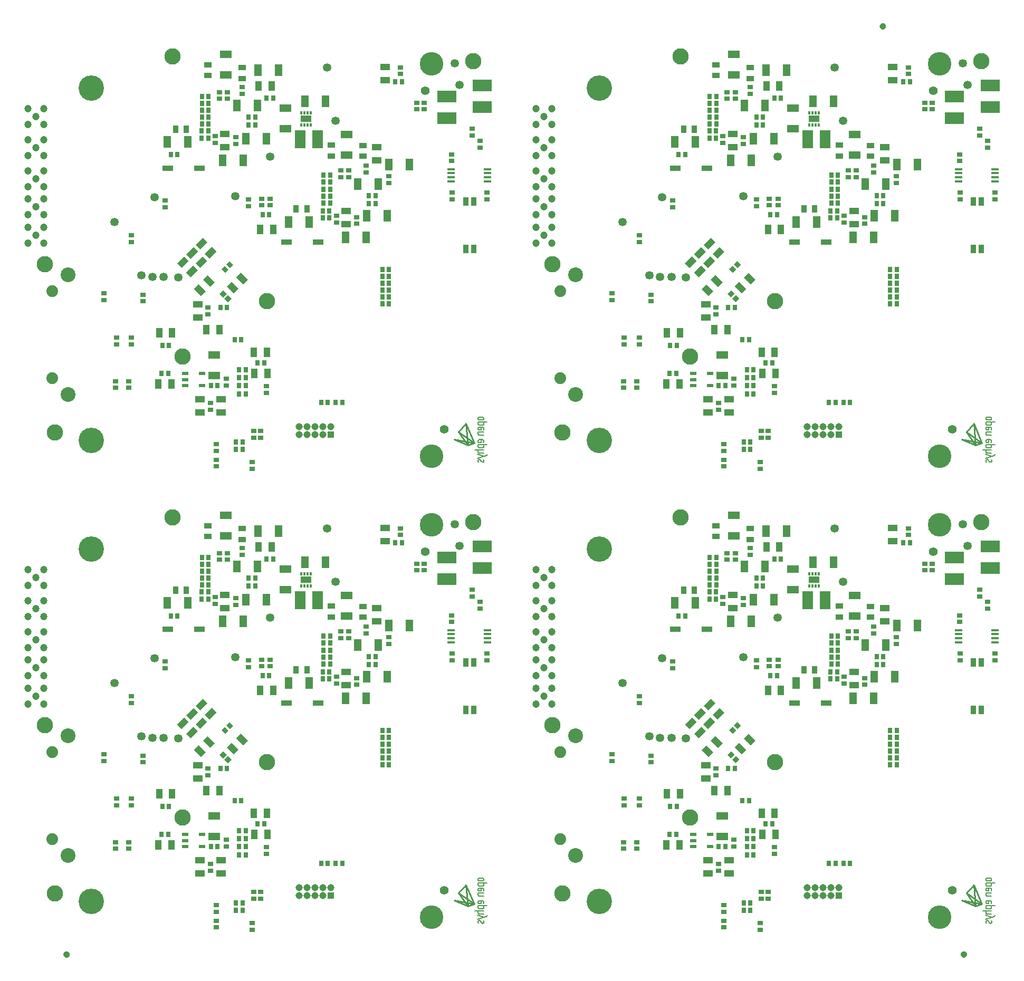
<source format=gbr>
G04 EAGLE Gerber RS-274X export*
G75*
%MOMM*%
%FSLAX34Y34*%
%LPD*%
%INSoldermask Bottom*%
%IPPOS*%
%AMOC8*
5,1,8,0,0,1.08239X$1,22.5*%
G01*
%ADD10C,1.200000*%
%ADD11R,0.842000X0.765800*%
%ADD12R,1.045200X1.604000*%
%ADD13R,0.765800X0.842000*%
%ADD14R,1.299200X1.959600*%
%ADD15R,1.959600X1.299200*%
%ADD16R,1.146800X0.969000*%
%ADD17R,0.969000X1.146800*%
%ADD18C,4.080000*%
%ADD19C,1.880000*%
%ADD20C,2.380000*%
%ADD21R,1.680000X0.840000*%
%ADD22R,1.604000X1.045200*%
%ADD23C,1.350000*%
%ADD24C,2.620000*%
%ADD25R,1.080000X0.630000*%
%ADD26C,3.788400*%
%ADD27C,1.400800*%
%ADD28R,1.280000X0.430000*%
%ADD29R,0.840000X1.350000*%
%ADD30C,0.275000*%
%ADD31C,0.180000*%
%ADD32R,1.731000X2.874000*%
%ADD33R,1.680000X0.980000*%
%ADD34R,0.330000X0.580000*%
%ADD35R,1.140000X1.140000*%
%ADD36C,1.140000*%
%ADD37R,3.080000X1.880000*%
%ADD38C,0.500000*%


D10*
X-635000Y445000D03*
X-647700Y432300D03*
X-622300Y432300D03*
X-622300Y457700D03*
X-647700Y457700D03*
X-635000Y355000D03*
X-647700Y342300D03*
X-622300Y342300D03*
X-622300Y367700D03*
X-647700Y367700D03*
X-635000Y400000D03*
X-647700Y387300D03*
X-622300Y387300D03*
X-622300Y412700D03*
X-647700Y412700D03*
D11*
X-482000Y354334D03*
X-482000Y343666D03*
X-294000Y412334D03*
X-294000Y401666D03*
X-428000Y410334D03*
X-428000Y399666D03*
D12*
X-275414Y364000D03*
X-254586Y364000D03*
D13*
X-260666Y388000D03*
X-271334Y388000D03*
D11*
X-273000Y413334D03*
X-273000Y402666D03*
X-259000Y413334D03*
X-259000Y402666D03*
D10*
X-635000Y545000D03*
X-647700Y532300D03*
X-622300Y532300D03*
X-622300Y557700D03*
X-647700Y557700D03*
D13*
X-293834Y531500D03*
X-283166Y531500D03*
D11*
X-347732Y513597D03*
X-347732Y502929D03*
D13*
X-358202Y533250D03*
X-368870Y533250D03*
D14*
X-424528Y504237D03*
X-391508Y504237D03*
D13*
X-358184Y544237D03*
X-368852Y544237D03*
D11*
X-340763Y573684D03*
X-340763Y584352D03*
D14*
X-298510Y509500D03*
X-265490Y509500D03*
D13*
X-358166Y555500D03*
X-368834Y555500D03*
D11*
X-328000Y573666D03*
X-328000Y584334D03*
D15*
X-330500Y645510D03*
X-330500Y612490D03*
D11*
X-304018Y581903D03*
X-304018Y592571D03*
D12*
X-257191Y594055D03*
X-278019Y594055D03*
D11*
X-314768Y512071D03*
X-314768Y501403D03*
D16*
X-359250Y628110D03*
X-359250Y610838D03*
D17*
X-410904Y524737D03*
X-393632Y524737D03*
D11*
X77348Y495332D03*
X77348Y506000D03*
X64652Y525668D03*
X64652Y515000D03*
D18*
X-546000Y590500D03*
X-546000Y25000D03*
D19*
X-609000Y125000D03*
X-609000Y265000D03*
D20*
X-584000Y99000D03*
X-584000Y291000D03*
D21*
X-424000Y462000D03*
X-373200Y462000D03*
D13*
X-143666Y86000D03*
X-154334Y86000D03*
X-177334Y86000D03*
X-166666Y86000D03*
X-298666Y100000D03*
X-309334Y100000D03*
D11*
X-265000Y101666D03*
X-265000Y112334D03*
D13*
X-309334Y126000D03*
X-298666Y126000D03*
X-309334Y113000D03*
X-298666Y113000D03*
D12*
X-263586Y133000D03*
X-284414Y133000D03*
D13*
X-268666Y150000D03*
X-279334Y150000D03*
D12*
X-438414Y116000D03*
X-417586Y116000D03*
D13*
X-433334Y133000D03*
X-422666Y133000D03*
D22*
X-338000Y70586D03*
X-338000Y91414D03*
D12*
X-264586Y167000D03*
X-285414Y167000D03*
D11*
X-330000Y124334D03*
X-330000Y113666D03*
D12*
X-340586Y203000D03*
X-361414Y203000D03*
D13*
X-298666Y139000D03*
X-309334Y139000D03*
D22*
X-372000Y70586D03*
X-372000Y91414D03*
D12*
X-437414Y198000D03*
X-416586Y198000D03*
D22*
X-375000Y243414D03*
X-375000Y222586D03*
D11*
X-355000Y74666D03*
X-355000Y85334D03*
D13*
X-432334Y178000D03*
X-421666Y178000D03*
D11*
X-359000Y238334D03*
X-359000Y227666D03*
D13*
X-316334Y187000D03*
X-305666Y187000D03*
D12*
G36*
X-314002Y287339D02*
X-306611Y294730D01*
X-295270Y283389D01*
X-302661Y275998D01*
X-314002Y287339D01*
G37*
G36*
X-328730Y272611D02*
X-321339Y280002D01*
X-309998Y268661D01*
X-317389Y261270D01*
X-328730Y272611D01*
G37*
D13*
G36*
X-326959Y258912D02*
X-321544Y253497D01*
X-327497Y247544D01*
X-332912Y252959D01*
X-326959Y258912D01*
G37*
G36*
X-334503Y266456D02*
X-329088Y261041D01*
X-335041Y255088D01*
X-340456Y260503D01*
X-334503Y266456D01*
G37*
D12*
G36*
X-352661Y336002D02*
X-345270Y328611D01*
X-356611Y317270D01*
X-364002Y324661D01*
X-352661Y336002D01*
G37*
G36*
X-367389Y350730D02*
X-359998Y343339D01*
X-371339Y331998D01*
X-378730Y339389D01*
X-367389Y350730D01*
G37*
G36*
X-362998Y264661D02*
X-370389Y257270D01*
X-381730Y268611D01*
X-374339Y276002D01*
X-362998Y264661D01*
G37*
G36*
X-348270Y279389D02*
X-355661Y271998D01*
X-367002Y283339D01*
X-359611Y290730D01*
X-348270Y279389D01*
G37*
D13*
G36*
X-329912Y308041D02*
X-324497Y313456D01*
X-318544Y307503D01*
X-323959Y302088D01*
X-329912Y308041D01*
G37*
G36*
X-337456Y300497D02*
X-332041Y305912D01*
X-326088Y299959D01*
X-331503Y294544D01*
X-337456Y300497D01*
G37*
D12*
G36*
X-367661Y321002D02*
X-360270Y313611D01*
X-371611Y302270D01*
X-379002Y309661D01*
X-367661Y321002D01*
G37*
G36*
X-382389Y335730D02*
X-374998Y328339D01*
X-386339Y316998D01*
X-393730Y324389D01*
X-382389Y335730D01*
G37*
G36*
X-382661Y306002D02*
X-375270Y298611D01*
X-386611Y287270D01*
X-394002Y294661D01*
X-382661Y306002D01*
G37*
G36*
X-397389Y320730D02*
X-389998Y313339D01*
X-401339Y301998D01*
X-408730Y309389D01*
X-397389Y320730D01*
G37*
D13*
X-339334Y239000D03*
X-328666Y239000D03*
X-68666Y278000D03*
X-79334Y278000D03*
X-79334Y267000D03*
X-68666Y267000D03*
D23*
X-430400Y287550D03*
X-448300Y288200D03*
D24*
X-400000Y160000D03*
D23*
X-407000Y287000D03*
X-168000Y624000D03*
X-509000Y376000D03*
D24*
X67000Y634000D03*
X-416000Y642000D03*
D23*
X37000Y631000D03*
X45000Y596000D03*
D24*
X-621000Y308000D03*
D23*
X-445000Y416000D03*
X-315000Y417000D03*
D13*
X-343666Y113000D03*
X-354334Y113000D03*
D15*
X-349000Y129490D03*
X-349000Y162510D03*
D25*
X-395500Y113500D03*
X-395500Y123000D03*
X-395500Y132500D03*
X-368500Y132500D03*
X-368500Y113500D03*
D26*
X-320Y629960D03*
X-320Y40D03*
D27*
X20000Y43347D03*
X-10500Y586907D03*
D22*
X-75000Y603586D03*
X-75000Y624414D03*
D11*
X-50000Y613666D03*
X-50000Y624334D03*
D23*
X-154500Y538000D03*
D28*
X89250Y460750D03*
X89250Y454250D03*
X89250Y447750D03*
X89250Y441250D03*
X30750Y441250D03*
X30750Y447750D03*
X30750Y454250D03*
X30750Y460750D03*
D11*
X32000Y484334D03*
X32000Y473666D03*
X-463000Y248666D03*
X-463000Y259334D03*
X-526000Y250666D03*
X-526000Y261334D03*
D23*
X-466000Y290000D03*
D11*
X-482000Y179666D03*
X-482000Y190334D03*
X-506000Y179666D03*
X-506000Y190334D03*
X-486000Y109666D03*
X-486000Y120334D03*
X-507000Y109666D03*
X-507000Y120334D03*
D10*
X-635000Y495000D03*
X-647700Y482300D03*
X-622300Y482300D03*
X-622300Y507700D03*
X-647700Y507700D03*
D11*
X-105500Y455666D03*
X-105500Y466334D03*
D22*
X-88000Y495914D03*
X-88000Y475086D03*
D11*
X-120500Y383834D03*
X-120500Y373166D03*
D13*
X-408266Y483800D03*
X-418934Y483800D03*
D21*
X-233000Y343500D03*
X-182200Y343500D03*
D13*
X-79334Y300000D03*
X-68666Y300000D03*
X-79334Y245000D03*
X-68666Y245000D03*
D29*
X67350Y409100D03*
X54650Y409100D03*
X67350Y332900D03*
X54650Y332900D03*
D11*
X89000Y412666D03*
X89000Y423334D03*
X33000Y412666D03*
X33000Y423334D03*
D13*
X-79334Y289000D03*
X-68666Y289000D03*
X-79334Y256000D03*
X-68666Y256000D03*
D11*
X-24000Y567334D03*
X-24000Y556666D03*
X-12000Y567334D03*
X-12000Y556666D03*
D23*
X-259500Y480500D03*
D13*
X-303666Y23000D03*
X-314334Y23000D03*
D11*
X-275000Y40334D03*
X-275000Y29666D03*
X-286000Y40334D03*
X-286000Y29666D03*
D13*
X-303666Y11000D03*
X-314334Y11000D03*
D11*
X-346000Y19334D03*
X-346000Y8666D03*
X-346000Y-16334D03*
X-346000Y-5666D03*
X-288000Y-20334D03*
X-288000Y-9666D03*
D24*
X-605000Y38000D03*
X-264000Y249000D03*
D30*
X55000Y52000D02*
X68000Y21000D01*
X58000Y18000D02*
X55000Y52000D01*
X68000Y21000D02*
X58000Y18000D01*
X68000Y21000D02*
X36000Y27000D01*
X58000Y18000D01*
X43000Y39000D01*
X55000Y52000D01*
X43000Y39000D02*
X68000Y21000D01*
D31*
X83400Y60000D02*
X83400Y61200D01*
X83400Y60000D02*
X83398Y59917D01*
X83392Y59834D01*
X83383Y59751D01*
X83369Y59669D01*
X83352Y59588D01*
X83331Y59507D01*
X83307Y59428D01*
X83278Y59350D01*
X83247Y59273D01*
X83211Y59198D01*
X83173Y59124D01*
X83130Y59052D01*
X83085Y58983D01*
X83036Y58915D01*
X82985Y58850D01*
X82930Y58787D01*
X82873Y58727D01*
X82813Y58670D01*
X82750Y58615D01*
X82685Y58564D01*
X82617Y58515D01*
X82548Y58470D01*
X82476Y58427D01*
X82402Y58389D01*
X82327Y58353D01*
X82250Y58322D01*
X82172Y58293D01*
X82093Y58269D01*
X82012Y58248D01*
X81931Y58231D01*
X81849Y58217D01*
X81766Y58208D01*
X81683Y58202D01*
X81600Y58200D01*
X76400Y58200D01*
X76317Y58202D01*
X76234Y58208D01*
X76151Y58217D01*
X76069Y58231D01*
X75988Y58248D01*
X75907Y58269D01*
X75828Y58293D01*
X75750Y58322D01*
X75673Y58353D01*
X75598Y58389D01*
X75524Y58427D01*
X75452Y58470D01*
X75383Y58515D01*
X75315Y58564D01*
X75250Y58615D01*
X75187Y58670D01*
X75127Y58727D01*
X75070Y58787D01*
X75015Y58850D01*
X74964Y58915D01*
X74915Y58983D01*
X74870Y59052D01*
X74827Y59124D01*
X74789Y59198D01*
X74753Y59273D01*
X74722Y59350D01*
X74693Y59428D01*
X74669Y59507D01*
X74648Y59588D01*
X74631Y59669D01*
X74617Y59751D01*
X74608Y59834D01*
X74602Y59917D01*
X74600Y60000D01*
X74600Y61200D01*
X74602Y61283D01*
X74608Y61366D01*
X74617Y61449D01*
X74631Y61531D01*
X74648Y61612D01*
X74669Y61693D01*
X74693Y61772D01*
X74722Y61850D01*
X74753Y61927D01*
X74789Y62002D01*
X74827Y62076D01*
X74870Y62148D01*
X74915Y62217D01*
X74964Y62285D01*
X75015Y62350D01*
X75070Y62413D01*
X75127Y62473D01*
X75187Y62530D01*
X75250Y62585D01*
X75315Y62636D01*
X75383Y62685D01*
X75452Y62730D01*
X75524Y62773D01*
X75598Y62811D01*
X75673Y62847D01*
X75750Y62878D01*
X75828Y62907D01*
X75907Y62931D01*
X75988Y62952D01*
X76069Y62969D01*
X76151Y62983D01*
X76234Y62992D01*
X76317Y62998D01*
X76400Y63000D01*
X81600Y63000D01*
X81683Y62998D01*
X81766Y62992D01*
X81849Y62983D01*
X81931Y62969D01*
X82012Y62952D01*
X82093Y62931D01*
X82172Y62907D01*
X82250Y62878D01*
X82327Y62847D01*
X82402Y62811D01*
X82476Y62773D01*
X82548Y62730D01*
X82617Y62685D01*
X82685Y62636D01*
X82750Y62585D01*
X82813Y62530D01*
X82873Y62473D01*
X82930Y62413D01*
X82985Y62350D01*
X83036Y62285D01*
X83085Y62217D01*
X83130Y62148D01*
X83173Y62076D01*
X83211Y62002D01*
X83247Y61927D01*
X83278Y61850D01*
X83307Y61772D01*
X83331Y61693D01*
X83352Y61612D01*
X83369Y61531D01*
X83383Y61449D01*
X83392Y61366D01*
X83398Y61283D01*
X83400Y61200D01*
X74600Y43800D02*
X74602Y43717D01*
X74608Y43634D01*
X74617Y43551D01*
X74631Y43469D01*
X74648Y43388D01*
X74669Y43307D01*
X74693Y43228D01*
X74722Y43150D01*
X74753Y43073D01*
X74789Y42998D01*
X74827Y42924D01*
X74870Y42852D01*
X74915Y42783D01*
X74964Y42715D01*
X75015Y42650D01*
X75070Y42587D01*
X75127Y42527D01*
X75187Y42470D01*
X75250Y42415D01*
X75315Y42364D01*
X75383Y42315D01*
X75452Y42270D01*
X75524Y42227D01*
X75598Y42189D01*
X75673Y42153D01*
X75750Y42122D01*
X75828Y42093D01*
X75907Y42069D01*
X75988Y42048D01*
X76069Y42031D01*
X76151Y42017D01*
X76234Y42008D01*
X76317Y42002D01*
X76400Y42000D01*
X74600Y43800D02*
X74600Y45000D01*
X74602Y45083D01*
X74608Y45166D01*
X74617Y45249D01*
X74631Y45331D01*
X74648Y45412D01*
X74669Y45493D01*
X74693Y45572D01*
X74722Y45650D01*
X74753Y45727D01*
X74789Y45802D01*
X74827Y45876D01*
X74870Y45948D01*
X74915Y46017D01*
X74964Y46085D01*
X75015Y46150D01*
X75070Y46213D01*
X75127Y46273D01*
X75187Y46330D01*
X75250Y46385D01*
X75315Y46436D01*
X75383Y46485D01*
X75452Y46530D01*
X75524Y46573D01*
X75598Y46611D01*
X75673Y46647D01*
X75750Y46678D01*
X75828Y46707D01*
X75907Y46731D01*
X75988Y46752D01*
X76069Y46769D01*
X76151Y46783D01*
X76234Y46792D01*
X76317Y46798D01*
X76400Y46800D01*
X81600Y46800D01*
X81683Y46798D01*
X81766Y46792D01*
X81849Y46783D01*
X81931Y46769D01*
X82012Y46752D01*
X82093Y46731D01*
X82172Y46707D01*
X82250Y46678D01*
X82327Y46647D01*
X82402Y46611D01*
X82476Y46573D01*
X82548Y46530D01*
X82617Y46485D01*
X82685Y46436D01*
X82750Y46385D01*
X82813Y46330D01*
X82873Y46273D01*
X82930Y46213D01*
X82985Y46150D01*
X83036Y46085D01*
X83085Y46017D01*
X83130Y45948D01*
X83173Y45876D01*
X83211Y45802D01*
X83247Y45727D01*
X83278Y45650D01*
X83307Y45572D01*
X83331Y45493D01*
X83352Y45412D01*
X83369Y45331D01*
X83383Y45249D01*
X83392Y45166D01*
X83398Y45083D01*
X83400Y45000D01*
X83400Y33800D02*
X76400Y33800D01*
X76317Y33802D01*
X76234Y33808D01*
X76151Y33817D01*
X76069Y33831D01*
X75988Y33848D01*
X75907Y33869D01*
X75828Y33893D01*
X75750Y33922D01*
X75673Y33953D01*
X75598Y33989D01*
X75524Y34027D01*
X75452Y34070D01*
X75383Y34115D01*
X75315Y34164D01*
X75250Y34215D01*
X75187Y34270D01*
X75127Y34327D01*
X75070Y34387D01*
X75015Y34450D01*
X74964Y34515D01*
X74915Y34583D01*
X74870Y34652D01*
X74827Y34724D01*
X74789Y34798D01*
X74753Y34873D01*
X74722Y34950D01*
X74693Y35028D01*
X74669Y35107D01*
X74648Y35188D01*
X74631Y35269D01*
X74617Y35351D01*
X74608Y35434D01*
X74602Y35517D01*
X74600Y35600D01*
X74600Y38600D01*
X83400Y38600D01*
X83400Y18600D02*
X74600Y18600D01*
X83400Y18600D02*
X83400Y15600D01*
X83398Y15517D01*
X83392Y15434D01*
X83383Y15351D01*
X83369Y15269D01*
X83352Y15188D01*
X83331Y15107D01*
X83307Y15028D01*
X83278Y14950D01*
X83247Y14873D01*
X83211Y14798D01*
X83173Y14724D01*
X83130Y14652D01*
X83085Y14583D01*
X83036Y14515D01*
X82985Y14450D01*
X82930Y14387D01*
X82873Y14327D01*
X82813Y14270D01*
X82750Y14215D01*
X82685Y14164D01*
X82617Y14115D01*
X82548Y14070D01*
X82476Y14027D01*
X82402Y13989D01*
X82327Y13953D01*
X82250Y13922D01*
X82172Y13893D01*
X82093Y13869D01*
X82012Y13848D01*
X81931Y13831D01*
X81849Y13817D01*
X81766Y13808D01*
X81683Y13802D01*
X81600Y13800D01*
X76400Y13800D01*
X76317Y13802D01*
X76234Y13808D01*
X76151Y13817D01*
X76069Y13831D01*
X75988Y13848D01*
X75907Y13869D01*
X75828Y13893D01*
X75750Y13922D01*
X75673Y13953D01*
X75598Y13989D01*
X75524Y14027D01*
X75452Y14070D01*
X75383Y14115D01*
X75315Y14164D01*
X75250Y14215D01*
X75187Y14270D01*
X75127Y14327D01*
X75070Y14387D01*
X75015Y14450D01*
X74964Y14515D01*
X74915Y14583D01*
X74870Y14652D01*
X74827Y14724D01*
X74789Y14798D01*
X74753Y14873D01*
X74722Y14950D01*
X74693Y15028D01*
X74669Y15107D01*
X74648Y15188D01*
X74631Y15269D01*
X74617Y15351D01*
X74608Y15434D01*
X74602Y15517D01*
X74600Y15600D01*
X74600Y18600D01*
X76400Y5400D02*
X83400Y5300D01*
X76400Y5400D02*
X76317Y5402D01*
X76234Y5408D01*
X76151Y5417D01*
X76069Y5431D01*
X75988Y5448D01*
X75907Y5469D01*
X75828Y5493D01*
X75750Y5522D01*
X75673Y5553D01*
X75598Y5589D01*
X75524Y5627D01*
X75452Y5670D01*
X75383Y5715D01*
X75315Y5764D01*
X75250Y5815D01*
X75187Y5870D01*
X75127Y5927D01*
X75070Y5987D01*
X75015Y6050D01*
X74964Y6115D01*
X74915Y6183D01*
X74870Y6252D01*
X74827Y6324D01*
X74789Y6398D01*
X74753Y6473D01*
X74722Y6550D01*
X74693Y6628D01*
X74669Y6707D01*
X74648Y6788D01*
X74631Y6869D01*
X74617Y6951D01*
X74608Y7034D01*
X74602Y7117D01*
X74600Y7200D01*
X74600Y9500D01*
X74200Y-7200D02*
X74200Y-8400D01*
X74200Y-7200D02*
X74202Y-7117D01*
X74208Y-7034D01*
X74217Y-6951D01*
X74231Y-6869D01*
X74248Y-6788D01*
X74269Y-6707D01*
X74293Y-6628D01*
X74322Y-6550D01*
X74353Y-6473D01*
X74389Y-6398D01*
X74427Y-6324D01*
X74470Y-6252D01*
X74515Y-6183D01*
X74564Y-6115D01*
X74615Y-6050D01*
X74670Y-5987D01*
X74727Y-5927D01*
X74787Y-5870D01*
X74850Y-5815D01*
X74915Y-5764D01*
X74983Y-5715D01*
X75052Y-5670D01*
X75124Y-5627D01*
X75198Y-5589D01*
X75273Y-5553D01*
X75350Y-5522D01*
X75428Y-5493D01*
X75507Y-5469D01*
X75588Y-5448D01*
X75669Y-5431D01*
X75751Y-5417D01*
X75834Y-5408D01*
X75917Y-5402D01*
X76000Y-5400D01*
X79000Y42000D02*
X79000Y46200D01*
X83400Y45000D02*
X83400Y43200D01*
X83398Y43150D01*
X83393Y43100D01*
X83384Y43051D01*
X83372Y43003D01*
X83356Y42955D01*
X83337Y42909D01*
X83314Y42865D01*
X83289Y42822D01*
X83260Y42781D01*
X83229Y42742D01*
X83195Y42705D01*
X83158Y42671D01*
X83119Y42640D01*
X83078Y42611D01*
X83035Y42586D01*
X82991Y42563D01*
X82945Y42544D01*
X82897Y42528D01*
X82849Y42516D01*
X82800Y42507D01*
X82750Y42502D01*
X82700Y42500D01*
X79000Y42000D02*
X76600Y42000D01*
X83500Y18600D02*
X88700Y18600D01*
X83300Y-200D02*
X73700Y3100D01*
X73700Y-3300D02*
X87200Y900D01*
X87400Y1000D02*
X88400Y1700D01*
X88600Y2600D01*
X88600Y3100D01*
X83400Y54900D02*
X74600Y54900D01*
X83400Y54900D02*
X83400Y51900D01*
X83398Y51817D01*
X83392Y51734D01*
X83383Y51651D01*
X83369Y51569D01*
X83352Y51488D01*
X83331Y51407D01*
X83307Y51328D01*
X83278Y51250D01*
X83247Y51173D01*
X83211Y51098D01*
X83173Y51024D01*
X83130Y50952D01*
X83085Y50883D01*
X83036Y50815D01*
X82985Y50750D01*
X82930Y50687D01*
X82873Y50627D01*
X82813Y50570D01*
X82750Y50515D01*
X82685Y50464D01*
X82617Y50415D01*
X82548Y50370D01*
X82476Y50327D01*
X82402Y50289D01*
X82327Y50253D01*
X82250Y50222D01*
X82172Y50193D01*
X82093Y50169D01*
X82012Y50148D01*
X81931Y50131D01*
X81849Y50117D01*
X81766Y50108D01*
X81683Y50102D01*
X81600Y50100D01*
X76400Y50100D01*
X76317Y50102D01*
X76234Y50108D01*
X76151Y50117D01*
X76069Y50131D01*
X75988Y50148D01*
X75907Y50169D01*
X75828Y50193D01*
X75750Y50222D01*
X75673Y50253D01*
X75598Y50289D01*
X75524Y50327D01*
X75452Y50370D01*
X75383Y50415D01*
X75315Y50464D01*
X75250Y50515D01*
X75187Y50570D01*
X75127Y50627D01*
X75070Y50687D01*
X75015Y50750D01*
X74964Y50815D01*
X74915Y50883D01*
X74870Y50952D01*
X74827Y51024D01*
X74789Y51098D01*
X74753Y51173D01*
X74722Y51250D01*
X74693Y51328D01*
X74669Y51407D01*
X74648Y51488D01*
X74631Y51569D01*
X74617Y51651D01*
X74608Y51734D01*
X74602Y51817D01*
X74600Y51900D01*
X74600Y54900D01*
X83500Y54900D02*
X88700Y54900D01*
X74600Y23600D02*
X74602Y23517D01*
X74608Y23434D01*
X74617Y23351D01*
X74631Y23269D01*
X74648Y23188D01*
X74669Y23107D01*
X74693Y23028D01*
X74722Y22950D01*
X74753Y22873D01*
X74789Y22798D01*
X74827Y22724D01*
X74870Y22652D01*
X74915Y22583D01*
X74964Y22515D01*
X75015Y22450D01*
X75070Y22387D01*
X75127Y22327D01*
X75187Y22270D01*
X75250Y22215D01*
X75315Y22164D01*
X75383Y22115D01*
X75452Y22070D01*
X75524Y22027D01*
X75598Y21989D01*
X75673Y21953D01*
X75750Y21922D01*
X75828Y21893D01*
X75907Y21869D01*
X75988Y21848D01*
X76069Y21831D01*
X76151Y21817D01*
X76234Y21808D01*
X76317Y21802D01*
X76400Y21800D01*
X74600Y23600D02*
X74600Y24800D01*
X74602Y24883D01*
X74608Y24966D01*
X74617Y25049D01*
X74631Y25131D01*
X74648Y25212D01*
X74669Y25293D01*
X74693Y25372D01*
X74722Y25450D01*
X74753Y25527D01*
X74789Y25602D01*
X74827Y25676D01*
X74870Y25748D01*
X74915Y25817D01*
X74964Y25885D01*
X75015Y25950D01*
X75070Y26013D01*
X75127Y26073D01*
X75187Y26130D01*
X75250Y26185D01*
X75315Y26236D01*
X75383Y26285D01*
X75452Y26330D01*
X75524Y26373D01*
X75598Y26411D01*
X75673Y26447D01*
X75750Y26478D01*
X75828Y26507D01*
X75907Y26531D01*
X75988Y26552D01*
X76069Y26569D01*
X76151Y26583D01*
X76234Y26592D01*
X76317Y26598D01*
X76400Y26600D01*
X81600Y26600D01*
X81683Y26598D01*
X81766Y26592D01*
X81849Y26583D01*
X81931Y26569D01*
X82012Y26552D01*
X82093Y26531D01*
X82172Y26507D01*
X82250Y26478D01*
X82327Y26447D01*
X82402Y26411D01*
X82476Y26373D01*
X82548Y26330D01*
X82617Y26285D01*
X82685Y26236D01*
X82750Y26185D01*
X82813Y26130D01*
X82873Y26073D01*
X82930Y26013D01*
X82985Y25950D01*
X83036Y25885D01*
X83085Y25817D01*
X83130Y25748D01*
X83173Y25676D01*
X83211Y25602D01*
X83247Y25527D01*
X83278Y25450D01*
X83307Y25372D01*
X83331Y25293D01*
X83352Y25212D01*
X83369Y25131D01*
X83383Y25049D01*
X83392Y24966D01*
X83398Y24883D01*
X83400Y24800D01*
X79000Y26000D02*
X79000Y21800D01*
X83400Y23000D02*
X83400Y24800D01*
X83400Y23000D02*
X83398Y22950D01*
X83393Y22900D01*
X83384Y22851D01*
X83372Y22803D01*
X83356Y22755D01*
X83337Y22709D01*
X83314Y22665D01*
X83289Y22622D01*
X83260Y22581D01*
X83229Y22542D01*
X83195Y22505D01*
X83158Y22471D01*
X83119Y22440D01*
X83078Y22411D01*
X83035Y22386D01*
X82991Y22363D01*
X82945Y22344D01*
X82897Y22328D01*
X82849Y22316D01*
X82800Y22307D01*
X82750Y22302D01*
X82700Y22300D01*
X79000Y21800D02*
X76600Y21800D01*
X76600Y-5400D02*
X76100Y-5400D01*
X76600Y-5400D02*
X77100Y-5500D01*
X77700Y-5900D01*
X78900Y-7500D01*
X74400Y-8900D02*
X74200Y-8500D01*
X74400Y-8900D02*
X74700Y-9400D01*
X75000Y-9600D01*
X75200Y-9600D01*
X83700Y-8000D02*
X83700Y-6800D01*
X83700Y-8000D02*
X83698Y-8083D01*
X83692Y-8166D01*
X83683Y-8249D01*
X83669Y-8331D01*
X83652Y-8412D01*
X83631Y-8493D01*
X83607Y-8572D01*
X83578Y-8650D01*
X83547Y-8727D01*
X83511Y-8802D01*
X83473Y-8876D01*
X83430Y-8948D01*
X83385Y-9017D01*
X83336Y-9085D01*
X83285Y-9150D01*
X83230Y-9213D01*
X83173Y-9273D01*
X83113Y-9330D01*
X83050Y-9385D01*
X82985Y-9436D01*
X82917Y-9485D01*
X82848Y-9530D01*
X82776Y-9573D01*
X82702Y-9611D01*
X82627Y-9647D01*
X82550Y-9678D01*
X82472Y-9707D01*
X82393Y-9731D01*
X82312Y-9752D01*
X82231Y-9769D01*
X82149Y-9783D01*
X82066Y-9792D01*
X81983Y-9798D01*
X81900Y-9800D01*
X81800Y-9800D02*
X81300Y-9800D01*
X80800Y-9700D01*
X79900Y-8800D01*
X78700Y-7200D01*
X83500Y-6300D02*
X83700Y-6700D01*
X83500Y-6300D02*
X83200Y-5800D01*
X82900Y-5600D01*
X82700Y-5600D01*
X83300Y10200D02*
X69100Y10200D01*
D13*
X-254666Y575000D03*
X-265334Y575000D03*
D16*
X-304000Y623636D03*
X-304000Y606364D03*
D13*
X-358166Y577500D03*
X-368834Y577500D03*
X-358166Y566500D03*
X-368834Y566500D03*
X-358666Y522000D03*
X-369334Y522000D03*
X-358666Y510500D03*
X-369334Y510500D03*
D14*
X-302490Y475000D03*
X-335510Y475000D03*
D22*
X-332000Y516914D03*
X-332000Y496086D03*
D14*
X-313010Y563000D03*
X-279990Y563000D03*
D13*
X-293834Y544000D03*
X-283166Y544000D03*
D16*
X-110500Y498636D03*
X-110500Y481364D03*
D11*
X-69000Y449334D03*
X-69000Y438666D03*
D13*
X-100834Y405500D03*
X-90166Y405500D03*
D11*
X-153000Y385834D03*
X-153000Y375166D03*
D13*
X-163166Y406000D03*
X-173834Y406000D03*
D14*
X-230010Y376000D03*
X-196990Y376000D03*
D11*
X-146000Y448166D03*
X-146000Y458834D03*
D13*
X-163166Y428500D03*
X-173834Y428500D03*
D14*
X-104510Y386000D03*
X-71490Y386000D03*
D13*
X-163166Y417500D03*
X-173834Y417500D03*
D11*
X-133500Y448166D03*
X-133500Y458834D03*
D15*
X-136500Y516010D03*
X-136500Y482990D03*
D16*
X-161000Y499136D03*
X-161000Y481864D03*
D17*
X-217636Y397000D03*
X-200364Y397000D03*
D13*
X-163166Y451000D03*
X-173834Y451000D03*
X-164166Y382500D03*
X-174834Y382500D03*
X-164166Y394000D03*
X-174834Y394000D03*
X-163166Y440000D03*
X-173834Y440000D03*
D14*
X-105490Y351500D03*
X-138510Y351500D03*
D22*
X-137000Y393414D03*
X-137000Y372586D03*
D14*
X-119010Y436500D03*
X-85990Y436500D03*
D13*
X-100834Y418000D03*
X-90166Y418000D03*
D14*
X-245490Y620000D03*
X-278510Y620000D03*
X-35490Y468500D03*
X-68510Y468500D03*
D13*
X-58334Y601000D03*
X-47666Y601000D03*
D32*
X-211470Y509000D03*
X-183530Y509000D03*
D14*
X-170490Y570000D03*
X-203510Y570000D03*
D15*
X-235000Y559010D03*
X-235000Y525990D03*
D33*
X-201500Y541500D03*
D34*
X-194000Y532000D03*
X-199000Y532000D03*
X-204000Y532000D03*
X-209000Y532000D03*
X-209000Y551000D03*
X-204000Y551000D03*
X-199000Y551000D03*
X-194000Y551000D03*
D35*
X-161925Y34925D03*
D36*
X-161925Y47625D03*
X-174625Y34925D03*
X-174625Y47625D03*
X-187325Y34925D03*
X-187325Y47625D03*
X-200025Y34925D03*
X-200025Y47625D03*
X-212725Y34925D03*
X-212725Y47625D03*
D37*
X24000Y542750D03*
X24000Y577250D03*
X81000Y560750D03*
X81000Y595250D03*
D10*
X180000Y445000D03*
X167300Y432300D03*
X192700Y432300D03*
X192700Y457700D03*
X167300Y457700D03*
X180000Y355000D03*
X167300Y342300D03*
X192700Y342300D03*
X192700Y367700D03*
X167300Y367700D03*
X180000Y400000D03*
X167300Y387300D03*
X192700Y387300D03*
X192700Y412700D03*
X167300Y412700D03*
D11*
X333000Y354334D03*
X333000Y343666D03*
X521000Y412334D03*
X521000Y401666D03*
X387000Y410334D03*
X387000Y399666D03*
D12*
X539586Y364000D03*
X560414Y364000D03*
D13*
X554334Y388000D03*
X543666Y388000D03*
D11*
X542000Y413334D03*
X542000Y402666D03*
X556000Y413334D03*
X556000Y402666D03*
D10*
X180000Y545000D03*
X167300Y532300D03*
X192700Y532300D03*
X192700Y557700D03*
X167300Y557700D03*
D13*
X521166Y531500D03*
X531834Y531500D03*
D11*
X467268Y513597D03*
X467268Y502929D03*
D13*
X456798Y533250D03*
X446130Y533250D03*
D14*
X390472Y504237D03*
X423492Y504237D03*
D13*
X456816Y544237D03*
X446148Y544237D03*
D11*
X474237Y573684D03*
X474237Y584352D03*
D14*
X516490Y509500D03*
X549510Y509500D03*
D13*
X456834Y555500D03*
X446166Y555500D03*
D11*
X487000Y573666D03*
X487000Y584334D03*
D15*
X484500Y645510D03*
X484500Y612490D03*
D11*
X510982Y581903D03*
X510982Y592571D03*
D12*
X557809Y594055D03*
X536981Y594055D03*
D11*
X500232Y512071D03*
X500232Y501403D03*
D16*
X455750Y628110D03*
X455750Y610838D03*
D17*
X404096Y524737D03*
X421368Y524737D03*
D11*
X892348Y495332D03*
X892348Y506000D03*
X879652Y525668D03*
X879652Y515000D03*
D18*
X269000Y590500D03*
X269000Y25000D03*
D19*
X206000Y125000D03*
X206000Y265000D03*
D20*
X231000Y99000D03*
X231000Y291000D03*
D21*
X391000Y462000D03*
X441800Y462000D03*
D13*
X671334Y86000D03*
X660666Y86000D03*
X637666Y86000D03*
X648334Y86000D03*
X516334Y100000D03*
X505666Y100000D03*
D11*
X550000Y101666D03*
X550000Y112334D03*
D13*
X505666Y126000D03*
X516334Y126000D03*
X505666Y113000D03*
X516334Y113000D03*
D12*
X551414Y133000D03*
X530586Y133000D03*
D13*
X546334Y150000D03*
X535666Y150000D03*
D12*
X376586Y116000D03*
X397414Y116000D03*
D13*
X381666Y133000D03*
X392334Y133000D03*
D22*
X477000Y70586D03*
X477000Y91414D03*
D12*
X550414Y167000D03*
X529586Y167000D03*
D11*
X485000Y124334D03*
X485000Y113666D03*
D12*
X474414Y203000D03*
X453586Y203000D03*
D13*
X516334Y139000D03*
X505666Y139000D03*
D22*
X443000Y70586D03*
X443000Y91414D03*
D12*
X377586Y198000D03*
X398414Y198000D03*
D22*
X440000Y243414D03*
X440000Y222586D03*
D11*
X460000Y74666D03*
X460000Y85334D03*
D13*
X382666Y178000D03*
X393334Y178000D03*
D11*
X456000Y238334D03*
X456000Y227666D03*
D13*
X498666Y187000D03*
X509334Y187000D03*
D12*
G36*
X500998Y287339D02*
X508389Y294730D01*
X519730Y283389D01*
X512339Y275998D01*
X500998Y287339D01*
G37*
G36*
X486270Y272611D02*
X493661Y280002D01*
X505002Y268661D01*
X497611Y261270D01*
X486270Y272611D01*
G37*
D13*
G36*
X488041Y258912D02*
X493456Y253497D01*
X487503Y247544D01*
X482088Y252959D01*
X488041Y258912D01*
G37*
G36*
X480497Y266456D02*
X485912Y261041D01*
X479959Y255088D01*
X474544Y260503D01*
X480497Y266456D01*
G37*
D12*
G36*
X462339Y336002D02*
X469730Y328611D01*
X458389Y317270D01*
X450998Y324661D01*
X462339Y336002D01*
G37*
G36*
X447611Y350730D02*
X455002Y343339D01*
X443661Y331998D01*
X436270Y339389D01*
X447611Y350730D01*
G37*
G36*
X452002Y264661D02*
X444611Y257270D01*
X433270Y268611D01*
X440661Y276002D01*
X452002Y264661D01*
G37*
G36*
X466730Y279389D02*
X459339Y271998D01*
X447998Y283339D01*
X455389Y290730D01*
X466730Y279389D01*
G37*
D13*
G36*
X485088Y308041D02*
X490503Y313456D01*
X496456Y307503D01*
X491041Y302088D01*
X485088Y308041D01*
G37*
G36*
X477544Y300497D02*
X482959Y305912D01*
X488912Y299959D01*
X483497Y294544D01*
X477544Y300497D01*
G37*
D12*
G36*
X447339Y321002D02*
X454730Y313611D01*
X443389Y302270D01*
X435998Y309661D01*
X447339Y321002D01*
G37*
G36*
X432611Y335730D02*
X440002Y328339D01*
X428661Y316998D01*
X421270Y324389D01*
X432611Y335730D01*
G37*
G36*
X432339Y306002D02*
X439730Y298611D01*
X428389Y287270D01*
X420998Y294661D01*
X432339Y306002D01*
G37*
G36*
X417611Y320730D02*
X425002Y313339D01*
X413661Y301998D01*
X406270Y309389D01*
X417611Y320730D01*
G37*
D13*
X475666Y239000D03*
X486334Y239000D03*
X746334Y278000D03*
X735666Y278000D03*
X735666Y267000D03*
X746334Y267000D03*
D23*
X384600Y287550D03*
X366700Y288200D03*
D24*
X415000Y160000D03*
D23*
X408000Y287000D03*
X647000Y624000D03*
X306000Y376000D03*
D24*
X882000Y634000D03*
X399000Y642000D03*
D23*
X852000Y631000D03*
X860000Y596000D03*
D24*
X194000Y308000D03*
D23*
X370000Y416000D03*
X500000Y417000D03*
D13*
X471334Y113000D03*
X460666Y113000D03*
D15*
X466000Y129490D03*
X466000Y162510D03*
D25*
X419500Y113500D03*
X419500Y123000D03*
X419500Y132500D03*
X446500Y132500D03*
X446500Y113500D03*
D26*
X814680Y629960D03*
X814680Y40D03*
D27*
X835000Y43347D03*
X804500Y586907D03*
D22*
X740000Y603586D03*
X740000Y624414D03*
D11*
X765000Y613666D03*
X765000Y624334D03*
D23*
X660500Y538000D03*
D28*
X904250Y460750D03*
X904250Y454250D03*
X904250Y447750D03*
X904250Y441250D03*
X845750Y441250D03*
X845750Y447750D03*
X845750Y454250D03*
X845750Y460750D03*
D11*
X847000Y484334D03*
X847000Y473666D03*
X352000Y248666D03*
X352000Y259334D03*
X289000Y250666D03*
X289000Y261334D03*
D23*
X349000Y290000D03*
D11*
X333000Y179666D03*
X333000Y190334D03*
X309000Y179666D03*
X309000Y190334D03*
X329000Y109666D03*
X329000Y120334D03*
X308000Y109666D03*
X308000Y120334D03*
D10*
X180000Y495000D03*
X167300Y482300D03*
X192700Y482300D03*
X192700Y507700D03*
X167300Y507700D03*
D11*
X709500Y455666D03*
X709500Y466334D03*
D22*
X727000Y495914D03*
X727000Y475086D03*
D11*
X694500Y383834D03*
X694500Y373166D03*
D13*
X406734Y483800D03*
X396066Y483800D03*
D21*
X582000Y343500D03*
X632800Y343500D03*
D13*
X735666Y300000D03*
X746334Y300000D03*
X735666Y245000D03*
X746334Y245000D03*
D29*
X882350Y409100D03*
X869650Y409100D03*
X882350Y332900D03*
X869650Y332900D03*
D11*
X904000Y412666D03*
X904000Y423334D03*
X848000Y412666D03*
X848000Y423334D03*
D13*
X735666Y289000D03*
X746334Y289000D03*
X735666Y256000D03*
X746334Y256000D03*
D11*
X791000Y567334D03*
X791000Y556666D03*
X803000Y567334D03*
X803000Y556666D03*
D23*
X555500Y480500D03*
D13*
X511334Y23000D03*
X500666Y23000D03*
D11*
X540000Y40334D03*
X540000Y29666D03*
X529000Y40334D03*
X529000Y29666D03*
D13*
X511334Y11000D03*
X500666Y11000D03*
D11*
X469000Y19334D03*
X469000Y8666D03*
X469000Y-16334D03*
X469000Y-5666D03*
X527000Y-20334D03*
X527000Y-9666D03*
D24*
X210000Y38000D03*
X551000Y249000D03*
D30*
X870000Y52000D02*
X883000Y21000D01*
X873000Y18000D02*
X870000Y52000D01*
X883000Y21000D02*
X873000Y18000D01*
X883000Y21000D02*
X851000Y27000D01*
X873000Y18000D01*
X858000Y39000D01*
X870000Y52000D01*
X858000Y39000D02*
X883000Y21000D01*
D31*
X898400Y60000D02*
X898400Y61200D01*
X898400Y60000D02*
X898398Y59917D01*
X898392Y59834D01*
X898383Y59751D01*
X898369Y59669D01*
X898352Y59588D01*
X898331Y59507D01*
X898307Y59428D01*
X898278Y59350D01*
X898247Y59273D01*
X898211Y59198D01*
X898173Y59124D01*
X898130Y59052D01*
X898085Y58983D01*
X898036Y58915D01*
X897985Y58850D01*
X897930Y58787D01*
X897873Y58727D01*
X897813Y58670D01*
X897750Y58615D01*
X897685Y58564D01*
X897617Y58515D01*
X897548Y58470D01*
X897476Y58427D01*
X897402Y58389D01*
X897327Y58353D01*
X897250Y58322D01*
X897172Y58293D01*
X897093Y58269D01*
X897012Y58248D01*
X896931Y58231D01*
X896849Y58217D01*
X896766Y58208D01*
X896683Y58202D01*
X896600Y58200D01*
X891400Y58200D01*
X891317Y58202D01*
X891234Y58208D01*
X891151Y58217D01*
X891069Y58231D01*
X890988Y58248D01*
X890907Y58269D01*
X890828Y58293D01*
X890750Y58322D01*
X890673Y58353D01*
X890598Y58389D01*
X890524Y58427D01*
X890452Y58470D01*
X890383Y58515D01*
X890315Y58564D01*
X890250Y58615D01*
X890187Y58670D01*
X890127Y58727D01*
X890070Y58787D01*
X890015Y58850D01*
X889964Y58915D01*
X889915Y58983D01*
X889870Y59052D01*
X889827Y59124D01*
X889789Y59198D01*
X889753Y59273D01*
X889722Y59350D01*
X889693Y59428D01*
X889669Y59507D01*
X889648Y59588D01*
X889631Y59669D01*
X889617Y59751D01*
X889608Y59834D01*
X889602Y59917D01*
X889600Y60000D01*
X889600Y61200D01*
X889602Y61283D01*
X889608Y61366D01*
X889617Y61449D01*
X889631Y61531D01*
X889648Y61612D01*
X889669Y61693D01*
X889693Y61772D01*
X889722Y61850D01*
X889753Y61927D01*
X889789Y62002D01*
X889827Y62076D01*
X889870Y62148D01*
X889915Y62217D01*
X889964Y62285D01*
X890015Y62350D01*
X890070Y62413D01*
X890127Y62473D01*
X890187Y62530D01*
X890250Y62585D01*
X890315Y62636D01*
X890383Y62685D01*
X890452Y62730D01*
X890524Y62773D01*
X890598Y62811D01*
X890673Y62847D01*
X890750Y62878D01*
X890828Y62907D01*
X890907Y62931D01*
X890988Y62952D01*
X891069Y62969D01*
X891151Y62983D01*
X891234Y62992D01*
X891317Y62998D01*
X891400Y63000D01*
X896600Y63000D01*
X896683Y62998D01*
X896766Y62992D01*
X896849Y62983D01*
X896931Y62969D01*
X897012Y62952D01*
X897093Y62931D01*
X897172Y62907D01*
X897250Y62878D01*
X897327Y62847D01*
X897402Y62811D01*
X897476Y62773D01*
X897548Y62730D01*
X897617Y62685D01*
X897685Y62636D01*
X897750Y62585D01*
X897813Y62530D01*
X897873Y62473D01*
X897930Y62413D01*
X897985Y62350D01*
X898036Y62285D01*
X898085Y62217D01*
X898130Y62148D01*
X898173Y62076D01*
X898211Y62002D01*
X898247Y61927D01*
X898278Y61850D01*
X898307Y61772D01*
X898331Y61693D01*
X898352Y61612D01*
X898369Y61531D01*
X898383Y61449D01*
X898392Y61366D01*
X898398Y61283D01*
X898400Y61200D01*
X889600Y43800D02*
X889602Y43717D01*
X889608Y43634D01*
X889617Y43551D01*
X889631Y43469D01*
X889648Y43388D01*
X889669Y43307D01*
X889693Y43228D01*
X889722Y43150D01*
X889753Y43073D01*
X889789Y42998D01*
X889827Y42924D01*
X889870Y42852D01*
X889915Y42783D01*
X889964Y42715D01*
X890015Y42650D01*
X890070Y42587D01*
X890127Y42527D01*
X890187Y42470D01*
X890250Y42415D01*
X890315Y42364D01*
X890383Y42315D01*
X890452Y42270D01*
X890524Y42227D01*
X890598Y42189D01*
X890673Y42153D01*
X890750Y42122D01*
X890828Y42093D01*
X890907Y42069D01*
X890988Y42048D01*
X891069Y42031D01*
X891151Y42017D01*
X891234Y42008D01*
X891317Y42002D01*
X891400Y42000D01*
X889600Y43800D02*
X889600Y45000D01*
X889602Y45083D01*
X889608Y45166D01*
X889617Y45249D01*
X889631Y45331D01*
X889648Y45412D01*
X889669Y45493D01*
X889693Y45572D01*
X889722Y45650D01*
X889753Y45727D01*
X889789Y45802D01*
X889827Y45876D01*
X889870Y45948D01*
X889915Y46017D01*
X889964Y46085D01*
X890015Y46150D01*
X890070Y46213D01*
X890127Y46273D01*
X890187Y46330D01*
X890250Y46385D01*
X890315Y46436D01*
X890383Y46485D01*
X890452Y46530D01*
X890524Y46573D01*
X890598Y46611D01*
X890673Y46647D01*
X890750Y46678D01*
X890828Y46707D01*
X890907Y46731D01*
X890988Y46752D01*
X891069Y46769D01*
X891151Y46783D01*
X891234Y46792D01*
X891317Y46798D01*
X891400Y46800D01*
X896600Y46800D01*
X896683Y46798D01*
X896766Y46792D01*
X896849Y46783D01*
X896931Y46769D01*
X897012Y46752D01*
X897093Y46731D01*
X897172Y46707D01*
X897250Y46678D01*
X897327Y46647D01*
X897402Y46611D01*
X897476Y46573D01*
X897548Y46530D01*
X897617Y46485D01*
X897685Y46436D01*
X897750Y46385D01*
X897813Y46330D01*
X897873Y46273D01*
X897930Y46213D01*
X897985Y46150D01*
X898036Y46085D01*
X898085Y46017D01*
X898130Y45948D01*
X898173Y45876D01*
X898211Y45802D01*
X898247Y45727D01*
X898278Y45650D01*
X898307Y45572D01*
X898331Y45493D01*
X898352Y45412D01*
X898369Y45331D01*
X898383Y45249D01*
X898392Y45166D01*
X898398Y45083D01*
X898400Y45000D01*
X898400Y33800D02*
X891400Y33800D01*
X891317Y33802D01*
X891234Y33808D01*
X891151Y33817D01*
X891069Y33831D01*
X890988Y33848D01*
X890907Y33869D01*
X890828Y33893D01*
X890750Y33922D01*
X890673Y33953D01*
X890598Y33989D01*
X890524Y34027D01*
X890452Y34070D01*
X890383Y34115D01*
X890315Y34164D01*
X890250Y34215D01*
X890187Y34270D01*
X890127Y34327D01*
X890070Y34387D01*
X890015Y34450D01*
X889964Y34515D01*
X889915Y34583D01*
X889870Y34652D01*
X889827Y34724D01*
X889789Y34798D01*
X889753Y34873D01*
X889722Y34950D01*
X889693Y35028D01*
X889669Y35107D01*
X889648Y35188D01*
X889631Y35269D01*
X889617Y35351D01*
X889608Y35434D01*
X889602Y35517D01*
X889600Y35600D01*
X889600Y38600D01*
X898400Y38600D01*
X898400Y18600D02*
X889600Y18600D01*
X898400Y18600D02*
X898400Y15600D01*
X898398Y15517D01*
X898392Y15434D01*
X898383Y15351D01*
X898369Y15269D01*
X898352Y15188D01*
X898331Y15107D01*
X898307Y15028D01*
X898278Y14950D01*
X898247Y14873D01*
X898211Y14798D01*
X898173Y14724D01*
X898130Y14652D01*
X898085Y14583D01*
X898036Y14515D01*
X897985Y14450D01*
X897930Y14387D01*
X897873Y14327D01*
X897813Y14270D01*
X897750Y14215D01*
X897685Y14164D01*
X897617Y14115D01*
X897548Y14070D01*
X897476Y14027D01*
X897402Y13989D01*
X897327Y13953D01*
X897250Y13922D01*
X897172Y13893D01*
X897093Y13869D01*
X897012Y13848D01*
X896931Y13831D01*
X896849Y13817D01*
X896766Y13808D01*
X896683Y13802D01*
X896600Y13800D01*
X891400Y13800D01*
X891317Y13802D01*
X891234Y13808D01*
X891151Y13817D01*
X891069Y13831D01*
X890988Y13848D01*
X890907Y13869D01*
X890828Y13893D01*
X890750Y13922D01*
X890673Y13953D01*
X890598Y13989D01*
X890524Y14027D01*
X890452Y14070D01*
X890383Y14115D01*
X890315Y14164D01*
X890250Y14215D01*
X890187Y14270D01*
X890127Y14327D01*
X890070Y14387D01*
X890015Y14450D01*
X889964Y14515D01*
X889915Y14583D01*
X889870Y14652D01*
X889827Y14724D01*
X889789Y14798D01*
X889753Y14873D01*
X889722Y14950D01*
X889693Y15028D01*
X889669Y15107D01*
X889648Y15188D01*
X889631Y15269D01*
X889617Y15351D01*
X889608Y15434D01*
X889602Y15517D01*
X889600Y15600D01*
X889600Y18600D01*
X891400Y5400D02*
X898400Y5300D01*
X891400Y5400D02*
X891317Y5402D01*
X891234Y5408D01*
X891151Y5417D01*
X891069Y5431D01*
X890988Y5448D01*
X890907Y5469D01*
X890828Y5493D01*
X890750Y5522D01*
X890673Y5553D01*
X890598Y5589D01*
X890524Y5627D01*
X890452Y5670D01*
X890383Y5715D01*
X890315Y5764D01*
X890250Y5815D01*
X890187Y5870D01*
X890127Y5927D01*
X890070Y5987D01*
X890015Y6050D01*
X889964Y6115D01*
X889915Y6183D01*
X889870Y6252D01*
X889827Y6324D01*
X889789Y6398D01*
X889753Y6473D01*
X889722Y6550D01*
X889693Y6628D01*
X889669Y6707D01*
X889648Y6788D01*
X889631Y6869D01*
X889617Y6951D01*
X889608Y7034D01*
X889602Y7117D01*
X889600Y7200D01*
X889600Y9500D01*
X889200Y-7200D02*
X889200Y-8400D01*
X889200Y-7200D02*
X889202Y-7117D01*
X889208Y-7034D01*
X889217Y-6951D01*
X889231Y-6869D01*
X889248Y-6788D01*
X889269Y-6707D01*
X889293Y-6628D01*
X889322Y-6550D01*
X889353Y-6473D01*
X889389Y-6398D01*
X889427Y-6324D01*
X889470Y-6252D01*
X889515Y-6183D01*
X889564Y-6115D01*
X889615Y-6050D01*
X889670Y-5987D01*
X889727Y-5927D01*
X889787Y-5870D01*
X889850Y-5815D01*
X889915Y-5764D01*
X889983Y-5715D01*
X890052Y-5670D01*
X890124Y-5627D01*
X890198Y-5589D01*
X890273Y-5553D01*
X890350Y-5522D01*
X890428Y-5493D01*
X890507Y-5469D01*
X890588Y-5448D01*
X890669Y-5431D01*
X890751Y-5417D01*
X890834Y-5408D01*
X890917Y-5402D01*
X891000Y-5400D01*
X894000Y42000D02*
X894000Y46200D01*
X898400Y45000D02*
X898400Y43200D01*
X898398Y43150D01*
X898393Y43100D01*
X898384Y43051D01*
X898372Y43003D01*
X898356Y42955D01*
X898337Y42909D01*
X898314Y42865D01*
X898289Y42822D01*
X898260Y42781D01*
X898229Y42742D01*
X898195Y42705D01*
X898158Y42671D01*
X898119Y42640D01*
X898078Y42611D01*
X898035Y42586D01*
X897991Y42563D01*
X897945Y42544D01*
X897897Y42528D01*
X897849Y42516D01*
X897800Y42507D01*
X897750Y42502D01*
X897700Y42500D01*
X894000Y42000D02*
X891600Y42000D01*
X898500Y18600D02*
X903700Y18600D01*
X898300Y-200D02*
X888700Y3100D01*
X888700Y-3300D02*
X902200Y900D01*
X902400Y1000D02*
X903400Y1700D01*
X903600Y2600D01*
X903600Y3100D01*
X898400Y54900D02*
X889600Y54900D01*
X898400Y54900D02*
X898400Y51900D01*
X898398Y51817D01*
X898392Y51734D01*
X898383Y51651D01*
X898369Y51569D01*
X898352Y51488D01*
X898331Y51407D01*
X898307Y51328D01*
X898278Y51250D01*
X898247Y51173D01*
X898211Y51098D01*
X898173Y51024D01*
X898130Y50952D01*
X898085Y50883D01*
X898036Y50815D01*
X897985Y50750D01*
X897930Y50687D01*
X897873Y50627D01*
X897813Y50570D01*
X897750Y50515D01*
X897685Y50464D01*
X897617Y50415D01*
X897548Y50370D01*
X897476Y50327D01*
X897402Y50289D01*
X897327Y50253D01*
X897250Y50222D01*
X897172Y50193D01*
X897093Y50169D01*
X897012Y50148D01*
X896931Y50131D01*
X896849Y50117D01*
X896766Y50108D01*
X896683Y50102D01*
X896600Y50100D01*
X891400Y50100D01*
X891317Y50102D01*
X891234Y50108D01*
X891151Y50117D01*
X891069Y50131D01*
X890988Y50148D01*
X890907Y50169D01*
X890828Y50193D01*
X890750Y50222D01*
X890673Y50253D01*
X890598Y50289D01*
X890524Y50327D01*
X890452Y50370D01*
X890383Y50415D01*
X890315Y50464D01*
X890250Y50515D01*
X890187Y50570D01*
X890127Y50627D01*
X890070Y50687D01*
X890015Y50750D01*
X889964Y50815D01*
X889915Y50883D01*
X889870Y50952D01*
X889827Y51024D01*
X889789Y51098D01*
X889753Y51173D01*
X889722Y51250D01*
X889693Y51328D01*
X889669Y51407D01*
X889648Y51488D01*
X889631Y51569D01*
X889617Y51651D01*
X889608Y51734D01*
X889602Y51817D01*
X889600Y51900D01*
X889600Y54900D01*
X898500Y54900D02*
X903700Y54900D01*
X889600Y23600D02*
X889602Y23517D01*
X889608Y23434D01*
X889617Y23351D01*
X889631Y23269D01*
X889648Y23188D01*
X889669Y23107D01*
X889693Y23028D01*
X889722Y22950D01*
X889753Y22873D01*
X889789Y22798D01*
X889827Y22724D01*
X889870Y22652D01*
X889915Y22583D01*
X889964Y22515D01*
X890015Y22450D01*
X890070Y22387D01*
X890127Y22327D01*
X890187Y22270D01*
X890250Y22215D01*
X890315Y22164D01*
X890383Y22115D01*
X890452Y22070D01*
X890524Y22027D01*
X890598Y21989D01*
X890673Y21953D01*
X890750Y21922D01*
X890828Y21893D01*
X890907Y21869D01*
X890988Y21848D01*
X891069Y21831D01*
X891151Y21817D01*
X891234Y21808D01*
X891317Y21802D01*
X891400Y21800D01*
X889600Y23600D02*
X889600Y24800D01*
X889602Y24883D01*
X889608Y24966D01*
X889617Y25049D01*
X889631Y25131D01*
X889648Y25212D01*
X889669Y25293D01*
X889693Y25372D01*
X889722Y25450D01*
X889753Y25527D01*
X889789Y25602D01*
X889827Y25676D01*
X889870Y25748D01*
X889915Y25817D01*
X889964Y25885D01*
X890015Y25950D01*
X890070Y26013D01*
X890127Y26073D01*
X890187Y26130D01*
X890250Y26185D01*
X890315Y26236D01*
X890383Y26285D01*
X890452Y26330D01*
X890524Y26373D01*
X890598Y26411D01*
X890673Y26447D01*
X890750Y26478D01*
X890828Y26507D01*
X890907Y26531D01*
X890988Y26552D01*
X891069Y26569D01*
X891151Y26583D01*
X891234Y26592D01*
X891317Y26598D01*
X891400Y26600D01*
X896600Y26600D01*
X896683Y26598D01*
X896766Y26592D01*
X896849Y26583D01*
X896931Y26569D01*
X897012Y26552D01*
X897093Y26531D01*
X897172Y26507D01*
X897250Y26478D01*
X897327Y26447D01*
X897402Y26411D01*
X897476Y26373D01*
X897548Y26330D01*
X897617Y26285D01*
X897685Y26236D01*
X897750Y26185D01*
X897813Y26130D01*
X897873Y26073D01*
X897930Y26013D01*
X897985Y25950D01*
X898036Y25885D01*
X898085Y25817D01*
X898130Y25748D01*
X898173Y25676D01*
X898211Y25602D01*
X898247Y25527D01*
X898278Y25450D01*
X898307Y25372D01*
X898331Y25293D01*
X898352Y25212D01*
X898369Y25131D01*
X898383Y25049D01*
X898392Y24966D01*
X898398Y24883D01*
X898400Y24800D01*
X894000Y26000D02*
X894000Y21800D01*
X898400Y23000D02*
X898400Y24800D01*
X898400Y23000D02*
X898398Y22950D01*
X898393Y22900D01*
X898384Y22851D01*
X898372Y22803D01*
X898356Y22755D01*
X898337Y22709D01*
X898314Y22665D01*
X898289Y22622D01*
X898260Y22581D01*
X898229Y22542D01*
X898195Y22505D01*
X898158Y22471D01*
X898119Y22440D01*
X898078Y22411D01*
X898035Y22386D01*
X897991Y22363D01*
X897945Y22344D01*
X897897Y22328D01*
X897849Y22316D01*
X897800Y22307D01*
X897750Y22302D01*
X897700Y22300D01*
X894000Y21800D02*
X891600Y21800D01*
X891600Y-5400D02*
X891100Y-5400D01*
X891600Y-5400D02*
X892100Y-5500D01*
X892700Y-5900D01*
X893900Y-7500D01*
X889400Y-8900D02*
X889200Y-8500D01*
X889400Y-8900D02*
X889700Y-9400D01*
X890000Y-9600D01*
X890200Y-9600D01*
X898700Y-8000D02*
X898700Y-6800D01*
X898700Y-8000D02*
X898698Y-8083D01*
X898692Y-8166D01*
X898683Y-8249D01*
X898669Y-8331D01*
X898652Y-8412D01*
X898631Y-8493D01*
X898607Y-8572D01*
X898578Y-8650D01*
X898547Y-8727D01*
X898511Y-8802D01*
X898473Y-8876D01*
X898430Y-8948D01*
X898385Y-9017D01*
X898336Y-9085D01*
X898285Y-9150D01*
X898230Y-9213D01*
X898173Y-9273D01*
X898113Y-9330D01*
X898050Y-9385D01*
X897985Y-9436D01*
X897917Y-9485D01*
X897848Y-9530D01*
X897776Y-9573D01*
X897702Y-9611D01*
X897627Y-9647D01*
X897550Y-9678D01*
X897472Y-9707D01*
X897393Y-9731D01*
X897312Y-9752D01*
X897231Y-9769D01*
X897149Y-9783D01*
X897066Y-9792D01*
X896983Y-9798D01*
X896900Y-9800D01*
X896800Y-9800D02*
X896300Y-9800D01*
X895800Y-9700D01*
X894900Y-8800D01*
X893700Y-7200D01*
X898500Y-6300D02*
X898700Y-6700D01*
X898500Y-6300D02*
X898200Y-5800D01*
X897900Y-5600D01*
X897700Y-5600D01*
X898300Y10200D02*
X884100Y10200D01*
D13*
X560334Y575000D03*
X549666Y575000D03*
D16*
X511000Y623636D03*
X511000Y606364D03*
D13*
X456834Y577500D03*
X446166Y577500D03*
X456834Y566500D03*
X446166Y566500D03*
X456334Y522000D03*
X445666Y522000D03*
X456334Y510500D03*
X445666Y510500D03*
D14*
X512510Y475000D03*
X479490Y475000D03*
D22*
X483000Y516914D03*
X483000Y496086D03*
D14*
X501990Y563000D03*
X535010Y563000D03*
D13*
X521166Y544000D03*
X531834Y544000D03*
D16*
X704500Y498636D03*
X704500Y481364D03*
D11*
X746000Y449334D03*
X746000Y438666D03*
D13*
X714166Y405500D03*
X724834Y405500D03*
D11*
X662000Y385834D03*
X662000Y375166D03*
D13*
X651834Y406000D03*
X641166Y406000D03*
D14*
X584990Y376000D03*
X618010Y376000D03*
D11*
X669000Y448166D03*
X669000Y458834D03*
D13*
X651834Y428500D03*
X641166Y428500D03*
D14*
X710490Y386000D03*
X743510Y386000D03*
D13*
X651834Y417500D03*
X641166Y417500D03*
D11*
X681500Y448166D03*
X681500Y458834D03*
D15*
X678500Y516010D03*
X678500Y482990D03*
D16*
X654000Y499136D03*
X654000Y481864D03*
D17*
X597364Y397000D03*
X614636Y397000D03*
D13*
X651834Y451000D03*
X641166Y451000D03*
X650834Y382500D03*
X640166Y382500D03*
X650834Y394000D03*
X640166Y394000D03*
X651834Y440000D03*
X641166Y440000D03*
D14*
X709510Y351500D03*
X676490Y351500D03*
D22*
X678000Y393414D03*
X678000Y372586D03*
D14*
X695990Y436500D03*
X729010Y436500D03*
D13*
X714166Y418000D03*
X724834Y418000D03*
D14*
X569510Y620000D03*
X536490Y620000D03*
X779510Y468500D03*
X746490Y468500D03*
D13*
X756666Y601000D03*
X767334Y601000D03*
D32*
X603530Y509000D03*
X631470Y509000D03*
D14*
X644510Y570000D03*
X611490Y570000D03*
D15*
X580000Y559010D03*
X580000Y525990D03*
D33*
X613500Y541500D03*
D34*
X621000Y532000D03*
X616000Y532000D03*
X611000Y532000D03*
X606000Y532000D03*
X606000Y551000D03*
X611000Y551000D03*
X616000Y551000D03*
X621000Y551000D03*
D35*
X653075Y34925D03*
D36*
X653075Y47625D03*
X640375Y34925D03*
X640375Y47625D03*
X627675Y34925D03*
X627675Y47625D03*
X614975Y34925D03*
X614975Y47625D03*
X602275Y34925D03*
X602275Y47625D03*
D37*
X839000Y542750D03*
X839000Y577250D03*
X896000Y560750D03*
X896000Y595250D03*
D10*
X-635000Y1185000D03*
X-647700Y1172300D03*
X-622300Y1172300D03*
X-622300Y1197700D03*
X-647700Y1197700D03*
X-635000Y1095000D03*
X-647700Y1082300D03*
X-622300Y1082300D03*
X-622300Y1107700D03*
X-647700Y1107700D03*
X-635000Y1140000D03*
X-647700Y1127300D03*
X-622300Y1127300D03*
X-622300Y1152700D03*
X-647700Y1152700D03*
D11*
X-482000Y1094334D03*
X-482000Y1083666D03*
X-294000Y1152334D03*
X-294000Y1141666D03*
X-428000Y1150334D03*
X-428000Y1139666D03*
D12*
X-275414Y1104000D03*
X-254586Y1104000D03*
D13*
X-260666Y1128000D03*
X-271334Y1128000D03*
D11*
X-273000Y1153334D03*
X-273000Y1142666D03*
X-259000Y1153334D03*
X-259000Y1142666D03*
D10*
X-635000Y1285000D03*
X-647700Y1272300D03*
X-622300Y1272300D03*
X-622300Y1297700D03*
X-647700Y1297700D03*
D13*
X-293834Y1271500D03*
X-283166Y1271500D03*
D11*
X-347732Y1253597D03*
X-347732Y1242929D03*
D13*
X-358202Y1273250D03*
X-368870Y1273250D03*
D14*
X-424528Y1244237D03*
X-391508Y1244237D03*
D13*
X-358184Y1284237D03*
X-368852Y1284237D03*
D11*
X-340763Y1313684D03*
X-340763Y1324352D03*
D14*
X-298510Y1249500D03*
X-265490Y1249500D03*
D13*
X-358166Y1295500D03*
X-368834Y1295500D03*
D11*
X-328000Y1313666D03*
X-328000Y1324334D03*
D15*
X-330500Y1385510D03*
X-330500Y1352490D03*
D11*
X-304018Y1321903D03*
X-304018Y1332571D03*
D12*
X-257191Y1334055D03*
X-278019Y1334055D03*
D11*
X-314768Y1252071D03*
X-314768Y1241403D03*
D16*
X-359250Y1368110D03*
X-359250Y1350838D03*
D17*
X-410904Y1264737D03*
X-393632Y1264737D03*
D11*
X77348Y1235332D03*
X77348Y1246000D03*
X64652Y1265668D03*
X64652Y1255000D03*
D18*
X-546000Y1330500D03*
X-546000Y765000D03*
D19*
X-609000Y865000D03*
X-609000Y1005000D03*
D20*
X-584000Y839000D03*
X-584000Y1031000D03*
D21*
X-424000Y1202000D03*
X-373200Y1202000D03*
D13*
X-143666Y826000D03*
X-154334Y826000D03*
X-177334Y826000D03*
X-166666Y826000D03*
X-298666Y840000D03*
X-309334Y840000D03*
D11*
X-265000Y841666D03*
X-265000Y852334D03*
D13*
X-309334Y866000D03*
X-298666Y866000D03*
X-309334Y853000D03*
X-298666Y853000D03*
D12*
X-263586Y873000D03*
X-284414Y873000D03*
D13*
X-268666Y890000D03*
X-279334Y890000D03*
D12*
X-438414Y856000D03*
X-417586Y856000D03*
D13*
X-433334Y873000D03*
X-422666Y873000D03*
D22*
X-338000Y810586D03*
X-338000Y831414D03*
D12*
X-264586Y907000D03*
X-285414Y907000D03*
D11*
X-330000Y864334D03*
X-330000Y853666D03*
D12*
X-340586Y943000D03*
X-361414Y943000D03*
D13*
X-298666Y879000D03*
X-309334Y879000D03*
D22*
X-372000Y810586D03*
X-372000Y831414D03*
D12*
X-437414Y938000D03*
X-416586Y938000D03*
D22*
X-375000Y983414D03*
X-375000Y962586D03*
D11*
X-355000Y814666D03*
X-355000Y825334D03*
D13*
X-432334Y918000D03*
X-421666Y918000D03*
D11*
X-359000Y978334D03*
X-359000Y967666D03*
D13*
X-316334Y927000D03*
X-305666Y927000D03*
D12*
G36*
X-314002Y1027339D02*
X-306611Y1034730D01*
X-295270Y1023389D01*
X-302661Y1015998D01*
X-314002Y1027339D01*
G37*
G36*
X-328730Y1012611D02*
X-321339Y1020002D01*
X-309998Y1008661D01*
X-317389Y1001270D01*
X-328730Y1012611D01*
G37*
D13*
G36*
X-326959Y998912D02*
X-321544Y993497D01*
X-327497Y987544D01*
X-332912Y992959D01*
X-326959Y998912D01*
G37*
G36*
X-334503Y1006456D02*
X-329088Y1001041D01*
X-335041Y995088D01*
X-340456Y1000503D01*
X-334503Y1006456D01*
G37*
D12*
G36*
X-352661Y1076002D02*
X-345270Y1068611D01*
X-356611Y1057270D01*
X-364002Y1064661D01*
X-352661Y1076002D01*
G37*
G36*
X-367389Y1090730D02*
X-359998Y1083339D01*
X-371339Y1071998D01*
X-378730Y1079389D01*
X-367389Y1090730D01*
G37*
G36*
X-362998Y1004661D02*
X-370389Y997270D01*
X-381730Y1008611D01*
X-374339Y1016002D01*
X-362998Y1004661D01*
G37*
G36*
X-348270Y1019389D02*
X-355661Y1011998D01*
X-367002Y1023339D01*
X-359611Y1030730D01*
X-348270Y1019389D01*
G37*
D13*
G36*
X-329912Y1048041D02*
X-324497Y1053456D01*
X-318544Y1047503D01*
X-323959Y1042088D01*
X-329912Y1048041D01*
G37*
G36*
X-337456Y1040497D02*
X-332041Y1045912D01*
X-326088Y1039959D01*
X-331503Y1034544D01*
X-337456Y1040497D01*
G37*
D12*
G36*
X-367661Y1061002D02*
X-360270Y1053611D01*
X-371611Y1042270D01*
X-379002Y1049661D01*
X-367661Y1061002D01*
G37*
G36*
X-382389Y1075730D02*
X-374998Y1068339D01*
X-386339Y1056998D01*
X-393730Y1064389D01*
X-382389Y1075730D01*
G37*
G36*
X-382661Y1046002D02*
X-375270Y1038611D01*
X-386611Y1027270D01*
X-394002Y1034661D01*
X-382661Y1046002D01*
G37*
G36*
X-397389Y1060730D02*
X-389998Y1053339D01*
X-401339Y1041998D01*
X-408730Y1049389D01*
X-397389Y1060730D01*
G37*
D13*
X-339334Y979000D03*
X-328666Y979000D03*
X-68666Y1018000D03*
X-79334Y1018000D03*
X-79334Y1007000D03*
X-68666Y1007000D03*
D23*
X-430400Y1027550D03*
X-448300Y1028200D03*
D24*
X-400000Y900000D03*
D23*
X-407000Y1027000D03*
X-168000Y1364000D03*
X-509000Y1116000D03*
D24*
X67000Y1374000D03*
X-416000Y1382000D03*
D23*
X37000Y1371000D03*
X45000Y1336000D03*
D24*
X-621000Y1048000D03*
D23*
X-445000Y1156000D03*
X-315000Y1157000D03*
D13*
X-343666Y853000D03*
X-354334Y853000D03*
D15*
X-349000Y869490D03*
X-349000Y902510D03*
D25*
X-395500Y853500D03*
X-395500Y863000D03*
X-395500Y872500D03*
X-368500Y872500D03*
X-368500Y853500D03*
D26*
X-320Y1369960D03*
X-320Y740040D03*
D27*
X20000Y783347D03*
X-10500Y1326907D03*
D22*
X-75000Y1343586D03*
X-75000Y1364414D03*
D11*
X-50000Y1353666D03*
X-50000Y1364334D03*
D23*
X-154500Y1278000D03*
D28*
X89250Y1200750D03*
X89250Y1194250D03*
X89250Y1187750D03*
X89250Y1181250D03*
X30750Y1181250D03*
X30750Y1187750D03*
X30750Y1194250D03*
X30750Y1200750D03*
D11*
X32000Y1224334D03*
X32000Y1213666D03*
X-463000Y988666D03*
X-463000Y999334D03*
X-526000Y990666D03*
X-526000Y1001334D03*
D23*
X-466000Y1030000D03*
D11*
X-482000Y919666D03*
X-482000Y930334D03*
X-506000Y919666D03*
X-506000Y930334D03*
X-486000Y849666D03*
X-486000Y860334D03*
X-507000Y849666D03*
X-507000Y860334D03*
D10*
X-635000Y1235000D03*
X-647700Y1222300D03*
X-622300Y1222300D03*
X-622300Y1247700D03*
X-647700Y1247700D03*
D11*
X-105500Y1195666D03*
X-105500Y1206334D03*
D22*
X-88000Y1235914D03*
X-88000Y1215086D03*
D11*
X-120500Y1123834D03*
X-120500Y1113166D03*
D13*
X-408266Y1223800D03*
X-418934Y1223800D03*
D21*
X-233000Y1083500D03*
X-182200Y1083500D03*
D13*
X-79334Y1040000D03*
X-68666Y1040000D03*
X-79334Y985000D03*
X-68666Y985000D03*
D29*
X67350Y1149100D03*
X54650Y1149100D03*
X67350Y1072900D03*
X54650Y1072900D03*
D11*
X89000Y1152666D03*
X89000Y1163334D03*
X33000Y1152666D03*
X33000Y1163334D03*
D13*
X-79334Y1029000D03*
X-68666Y1029000D03*
X-79334Y996000D03*
X-68666Y996000D03*
D11*
X-24000Y1307334D03*
X-24000Y1296666D03*
X-12000Y1307334D03*
X-12000Y1296666D03*
D23*
X-259500Y1220500D03*
D13*
X-303666Y763000D03*
X-314334Y763000D03*
D11*
X-275000Y780334D03*
X-275000Y769666D03*
X-286000Y780334D03*
X-286000Y769666D03*
D13*
X-303666Y751000D03*
X-314334Y751000D03*
D11*
X-346000Y759334D03*
X-346000Y748666D03*
X-346000Y723666D03*
X-346000Y734334D03*
X-288000Y719666D03*
X-288000Y730334D03*
D24*
X-605000Y778000D03*
X-264000Y989000D03*
D30*
X55000Y792000D02*
X68000Y761000D01*
X58000Y758000D02*
X55000Y792000D01*
X68000Y761000D02*
X58000Y758000D01*
X68000Y761000D02*
X36000Y767000D01*
X58000Y758000D01*
X43000Y779000D01*
X55000Y792000D01*
X43000Y779000D02*
X68000Y761000D01*
D31*
X83400Y800000D02*
X83400Y801200D01*
X83400Y800000D02*
X83398Y799917D01*
X83392Y799834D01*
X83383Y799751D01*
X83369Y799669D01*
X83352Y799588D01*
X83331Y799507D01*
X83307Y799428D01*
X83278Y799350D01*
X83247Y799273D01*
X83211Y799198D01*
X83173Y799124D01*
X83130Y799052D01*
X83085Y798983D01*
X83036Y798915D01*
X82985Y798850D01*
X82930Y798787D01*
X82873Y798727D01*
X82813Y798670D01*
X82750Y798615D01*
X82685Y798564D01*
X82617Y798515D01*
X82548Y798470D01*
X82476Y798427D01*
X82402Y798389D01*
X82327Y798353D01*
X82250Y798322D01*
X82172Y798293D01*
X82093Y798269D01*
X82012Y798248D01*
X81931Y798231D01*
X81849Y798217D01*
X81766Y798208D01*
X81683Y798202D01*
X81600Y798200D01*
X76400Y798200D01*
X76317Y798202D01*
X76234Y798208D01*
X76151Y798217D01*
X76069Y798231D01*
X75988Y798248D01*
X75907Y798269D01*
X75828Y798293D01*
X75750Y798322D01*
X75673Y798353D01*
X75598Y798389D01*
X75524Y798427D01*
X75452Y798470D01*
X75383Y798515D01*
X75315Y798564D01*
X75250Y798615D01*
X75187Y798670D01*
X75127Y798727D01*
X75070Y798787D01*
X75015Y798850D01*
X74964Y798915D01*
X74915Y798983D01*
X74870Y799052D01*
X74827Y799124D01*
X74789Y799198D01*
X74753Y799273D01*
X74722Y799350D01*
X74693Y799428D01*
X74669Y799507D01*
X74648Y799588D01*
X74631Y799669D01*
X74617Y799751D01*
X74608Y799834D01*
X74602Y799917D01*
X74600Y800000D01*
X74600Y801200D01*
X74602Y801283D01*
X74608Y801366D01*
X74617Y801449D01*
X74631Y801531D01*
X74648Y801612D01*
X74669Y801693D01*
X74693Y801772D01*
X74722Y801850D01*
X74753Y801927D01*
X74789Y802002D01*
X74827Y802076D01*
X74870Y802148D01*
X74915Y802217D01*
X74964Y802285D01*
X75015Y802350D01*
X75070Y802413D01*
X75127Y802473D01*
X75187Y802530D01*
X75250Y802585D01*
X75315Y802636D01*
X75383Y802685D01*
X75452Y802730D01*
X75524Y802773D01*
X75598Y802811D01*
X75673Y802847D01*
X75750Y802878D01*
X75828Y802907D01*
X75907Y802931D01*
X75988Y802952D01*
X76069Y802969D01*
X76151Y802983D01*
X76234Y802992D01*
X76317Y802998D01*
X76400Y803000D01*
X81600Y803000D01*
X81683Y802998D01*
X81766Y802992D01*
X81849Y802983D01*
X81931Y802969D01*
X82012Y802952D01*
X82093Y802931D01*
X82172Y802907D01*
X82250Y802878D01*
X82327Y802847D01*
X82402Y802811D01*
X82476Y802773D01*
X82548Y802730D01*
X82617Y802685D01*
X82685Y802636D01*
X82750Y802585D01*
X82813Y802530D01*
X82873Y802473D01*
X82930Y802413D01*
X82985Y802350D01*
X83036Y802285D01*
X83085Y802217D01*
X83130Y802148D01*
X83173Y802076D01*
X83211Y802002D01*
X83247Y801927D01*
X83278Y801850D01*
X83307Y801772D01*
X83331Y801693D01*
X83352Y801612D01*
X83369Y801531D01*
X83383Y801449D01*
X83392Y801366D01*
X83398Y801283D01*
X83400Y801200D01*
X74600Y783800D02*
X74602Y783717D01*
X74608Y783634D01*
X74617Y783551D01*
X74631Y783469D01*
X74648Y783388D01*
X74669Y783307D01*
X74693Y783228D01*
X74722Y783150D01*
X74753Y783073D01*
X74789Y782998D01*
X74827Y782924D01*
X74870Y782852D01*
X74915Y782783D01*
X74964Y782715D01*
X75015Y782650D01*
X75070Y782587D01*
X75127Y782527D01*
X75187Y782470D01*
X75250Y782415D01*
X75315Y782364D01*
X75383Y782315D01*
X75452Y782270D01*
X75524Y782227D01*
X75598Y782189D01*
X75673Y782153D01*
X75750Y782122D01*
X75828Y782093D01*
X75907Y782069D01*
X75988Y782048D01*
X76069Y782031D01*
X76151Y782017D01*
X76234Y782008D01*
X76317Y782002D01*
X76400Y782000D01*
X74600Y783800D02*
X74600Y785000D01*
X74602Y785083D01*
X74608Y785166D01*
X74617Y785249D01*
X74631Y785331D01*
X74648Y785412D01*
X74669Y785493D01*
X74693Y785572D01*
X74722Y785650D01*
X74753Y785727D01*
X74789Y785802D01*
X74827Y785876D01*
X74870Y785948D01*
X74915Y786017D01*
X74964Y786085D01*
X75015Y786150D01*
X75070Y786213D01*
X75127Y786273D01*
X75187Y786330D01*
X75250Y786385D01*
X75315Y786436D01*
X75383Y786485D01*
X75452Y786530D01*
X75524Y786573D01*
X75598Y786611D01*
X75673Y786647D01*
X75750Y786678D01*
X75828Y786707D01*
X75907Y786731D01*
X75988Y786752D01*
X76069Y786769D01*
X76151Y786783D01*
X76234Y786792D01*
X76317Y786798D01*
X76400Y786800D01*
X81600Y786800D01*
X81683Y786798D01*
X81766Y786792D01*
X81849Y786783D01*
X81931Y786769D01*
X82012Y786752D01*
X82093Y786731D01*
X82172Y786707D01*
X82250Y786678D01*
X82327Y786647D01*
X82402Y786611D01*
X82476Y786573D01*
X82548Y786530D01*
X82617Y786485D01*
X82685Y786436D01*
X82750Y786385D01*
X82813Y786330D01*
X82873Y786273D01*
X82930Y786213D01*
X82985Y786150D01*
X83036Y786085D01*
X83085Y786017D01*
X83130Y785948D01*
X83173Y785876D01*
X83211Y785802D01*
X83247Y785727D01*
X83278Y785650D01*
X83307Y785572D01*
X83331Y785493D01*
X83352Y785412D01*
X83369Y785331D01*
X83383Y785249D01*
X83392Y785166D01*
X83398Y785083D01*
X83400Y785000D01*
X83400Y773800D02*
X76400Y773800D01*
X76317Y773802D01*
X76234Y773808D01*
X76151Y773817D01*
X76069Y773831D01*
X75988Y773848D01*
X75907Y773869D01*
X75828Y773893D01*
X75750Y773922D01*
X75673Y773953D01*
X75598Y773989D01*
X75524Y774027D01*
X75452Y774070D01*
X75383Y774115D01*
X75315Y774164D01*
X75250Y774215D01*
X75187Y774270D01*
X75127Y774327D01*
X75070Y774387D01*
X75015Y774450D01*
X74964Y774515D01*
X74915Y774583D01*
X74870Y774652D01*
X74827Y774724D01*
X74789Y774798D01*
X74753Y774873D01*
X74722Y774950D01*
X74693Y775028D01*
X74669Y775107D01*
X74648Y775188D01*
X74631Y775269D01*
X74617Y775351D01*
X74608Y775434D01*
X74602Y775517D01*
X74600Y775600D01*
X74600Y778600D01*
X83400Y778600D01*
X83400Y758600D02*
X74600Y758600D01*
X83400Y758600D02*
X83400Y755600D01*
X83398Y755517D01*
X83392Y755434D01*
X83383Y755351D01*
X83369Y755269D01*
X83352Y755188D01*
X83331Y755107D01*
X83307Y755028D01*
X83278Y754950D01*
X83247Y754873D01*
X83211Y754798D01*
X83173Y754724D01*
X83130Y754652D01*
X83085Y754583D01*
X83036Y754515D01*
X82985Y754450D01*
X82930Y754387D01*
X82873Y754327D01*
X82813Y754270D01*
X82750Y754215D01*
X82685Y754164D01*
X82617Y754115D01*
X82548Y754070D01*
X82476Y754027D01*
X82402Y753989D01*
X82327Y753953D01*
X82250Y753922D01*
X82172Y753893D01*
X82093Y753869D01*
X82012Y753848D01*
X81931Y753831D01*
X81849Y753817D01*
X81766Y753808D01*
X81683Y753802D01*
X81600Y753800D01*
X76400Y753800D01*
X76317Y753802D01*
X76234Y753808D01*
X76151Y753817D01*
X76069Y753831D01*
X75988Y753848D01*
X75907Y753869D01*
X75828Y753893D01*
X75750Y753922D01*
X75673Y753953D01*
X75598Y753989D01*
X75524Y754027D01*
X75452Y754070D01*
X75383Y754115D01*
X75315Y754164D01*
X75250Y754215D01*
X75187Y754270D01*
X75127Y754327D01*
X75070Y754387D01*
X75015Y754450D01*
X74964Y754515D01*
X74915Y754583D01*
X74870Y754652D01*
X74827Y754724D01*
X74789Y754798D01*
X74753Y754873D01*
X74722Y754950D01*
X74693Y755028D01*
X74669Y755107D01*
X74648Y755188D01*
X74631Y755269D01*
X74617Y755351D01*
X74608Y755434D01*
X74602Y755517D01*
X74600Y755600D01*
X74600Y758600D01*
X76400Y745400D02*
X83400Y745300D01*
X76400Y745400D02*
X76317Y745402D01*
X76234Y745408D01*
X76151Y745417D01*
X76069Y745431D01*
X75988Y745448D01*
X75907Y745469D01*
X75828Y745493D01*
X75750Y745522D01*
X75673Y745553D01*
X75598Y745589D01*
X75524Y745627D01*
X75452Y745670D01*
X75383Y745715D01*
X75315Y745764D01*
X75250Y745815D01*
X75187Y745870D01*
X75127Y745927D01*
X75070Y745987D01*
X75015Y746050D01*
X74964Y746115D01*
X74915Y746183D01*
X74870Y746252D01*
X74827Y746324D01*
X74789Y746398D01*
X74753Y746473D01*
X74722Y746550D01*
X74693Y746628D01*
X74669Y746707D01*
X74648Y746788D01*
X74631Y746869D01*
X74617Y746951D01*
X74608Y747034D01*
X74602Y747117D01*
X74600Y747200D01*
X74600Y749500D01*
X74200Y732800D02*
X74200Y731600D01*
X74200Y732800D02*
X74202Y732883D01*
X74208Y732966D01*
X74217Y733049D01*
X74231Y733131D01*
X74248Y733212D01*
X74269Y733293D01*
X74293Y733372D01*
X74322Y733450D01*
X74353Y733527D01*
X74389Y733602D01*
X74427Y733676D01*
X74470Y733748D01*
X74515Y733817D01*
X74564Y733885D01*
X74615Y733950D01*
X74670Y734013D01*
X74727Y734073D01*
X74787Y734130D01*
X74850Y734185D01*
X74915Y734236D01*
X74983Y734285D01*
X75052Y734330D01*
X75124Y734373D01*
X75198Y734411D01*
X75273Y734447D01*
X75350Y734478D01*
X75428Y734507D01*
X75507Y734531D01*
X75588Y734552D01*
X75669Y734569D01*
X75751Y734583D01*
X75834Y734592D01*
X75917Y734598D01*
X76000Y734600D01*
X79000Y782000D02*
X79000Y786200D01*
X83400Y785000D02*
X83400Y783200D01*
X83398Y783150D01*
X83393Y783100D01*
X83384Y783051D01*
X83372Y783003D01*
X83356Y782955D01*
X83337Y782909D01*
X83314Y782865D01*
X83289Y782822D01*
X83260Y782781D01*
X83229Y782742D01*
X83195Y782705D01*
X83158Y782671D01*
X83119Y782640D01*
X83078Y782611D01*
X83035Y782586D01*
X82991Y782563D01*
X82945Y782544D01*
X82897Y782528D01*
X82849Y782516D01*
X82800Y782507D01*
X82750Y782502D01*
X82700Y782500D01*
X79000Y782000D02*
X76600Y782000D01*
X83500Y758600D02*
X88700Y758600D01*
X83300Y739800D02*
X73700Y743100D01*
X73700Y736700D02*
X87200Y740900D01*
X87400Y741000D02*
X88400Y741700D01*
X88600Y742600D01*
X88600Y743100D01*
X83400Y794900D02*
X74600Y794900D01*
X83400Y794900D02*
X83400Y791900D01*
X83398Y791817D01*
X83392Y791734D01*
X83383Y791651D01*
X83369Y791569D01*
X83352Y791488D01*
X83331Y791407D01*
X83307Y791328D01*
X83278Y791250D01*
X83247Y791173D01*
X83211Y791098D01*
X83173Y791024D01*
X83130Y790952D01*
X83085Y790883D01*
X83036Y790815D01*
X82985Y790750D01*
X82930Y790687D01*
X82873Y790627D01*
X82813Y790570D01*
X82750Y790515D01*
X82685Y790464D01*
X82617Y790415D01*
X82548Y790370D01*
X82476Y790327D01*
X82402Y790289D01*
X82327Y790253D01*
X82250Y790222D01*
X82172Y790193D01*
X82093Y790169D01*
X82012Y790148D01*
X81931Y790131D01*
X81849Y790117D01*
X81766Y790108D01*
X81683Y790102D01*
X81600Y790100D01*
X76400Y790100D01*
X76317Y790102D01*
X76234Y790108D01*
X76151Y790117D01*
X76069Y790131D01*
X75988Y790148D01*
X75907Y790169D01*
X75828Y790193D01*
X75750Y790222D01*
X75673Y790253D01*
X75598Y790289D01*
X75524Y790327D01*
X75452Y790370D01*
X75383Y790415D01*
X75315Y790464D01*
X75250Y790515D01*
X75187Y790570D01*
X75127Y790627D01*
X75070Y790687D01*
X75015Y790750D01*
X74964Y790815D01*
X74915Y790883D01*
X74870Y790952D01*
X74827Y791024D01*
X74789Y791098D01*
X74753Y791173D01*
X74722Y791250D01*
X74693Y791328D01*
X74669Y791407D01*
X74648Y791488D01*
X74631Y791569D01*
X74617Y791651D01*
X74608Y791734D01*
X74602Y791817D01*
X74600Y791900D01*
X74600Y794900D01*
X83500Y794900D02*
X88700Y794900D01*
X74600Y763600D02*
X74602Y763517D01*
X74608Y763434D01*
X74617Y763351D01*
X74631Y763269D01*
X74648Y763188D01*
X74669Y763107D01*
X74693Y763028D01*
X74722Y762950D01*
X74753Y762873D01*
X74789Y762798D01*
X74827Y762724D01*
X74870Y762652D01*
X74915Y762583D01*
X74964Y762515D01*
X75015Y762450D01*
X75070Y762387D01*
X75127Y762327D01*
X75187Y762270D01*
X75250Y762215D01*
X75315Y762164D01*
X75383Y762115D01*
X75452Y762070D01*
X75524Y762027D01*
X75598Y761989D01*
X75673Y761953D01*
X75750Y761922D01*
X75828Y761893D01*
X75907Y761869D01*
X75988Y761848D01*
X76069Y761831D01*
X76151Y761817D01*
X76234Y761808D01*
X76317Y761802D01*
X76400Y761800D01*
X74600Y763600D02*
X74600Y764800D01*
X74602Y764883D01*
X74608Y764966D01*
X74617Y765049D01*
X74631Y765131D01*
X74648Y765212D01*
X74669Y765293D01*
X74693Y765372D01*
X74722Y765450D01*
X74753Y765527D01*
X74789Y765602D01*
X74827Y765676D01*
X74870Y765748D01*
X74915Y765817D01*
X74964Y765885D01*
X75015Y765950D01*
X75070Y766013D01*
X75127Y766073D01*
X75187Y766130D01*
X75250Y766185D01*
X75315Y766236D01*
X75383Y766285D01*
X75452Y766330D01*
X75524Y766373D01*
X75598Y766411D01*
X75673Y766447D01*
X75750Y766478D01*
X75828Y766507D01*
X75907Y766531D01*
X75988Y766552D01*
X76069Y766569D01*
X76151Y766583D01*
X76234Y766592D01*
X76317Y766598D01*
X76400Y766600D01*
X81600Y766600D01*
X81683Y766598D01*
X81766Y766592D01*
X81849Y766583D01*
X81931Y766569D01*
X82012Y766552D01*
X82093Y766531D01*
X82172Y766507D01*
X82250Y766478D01*
X82327Y766447D01*
X82402Y766411D01*
X82476Y766373D01*
X82548Y766330D01*
X82617Y766285D01*
X82685Y766236D01*
X82750Y766185D01*
X82813Y766130D01*
X82873Y766073D01*
X82930Y766013D01*
X82985Y765950D01*
X83036Y765885D01*
X83085Y765817D01*
X83130Y765748D01*
X83173Y765676D01*
X83211Y765602D01*
X83247Y765527D01*
X83278Y765450D01*
X83307Y765372D01*
X83331Y765293D01*
X83352Y765212D01*
X83369Y765131D01*
X83383Y765049D01*
X83392Y764966D01*
X83398Y764883D01*
X83400Y764800D01*
X79000Y766000D02*
X79000Y761800D01*
X83400Y763000D02*
X83400Y764800D01*
X83400Y763000D02*
X83398Y762950D01*
X83393Y762900D01*
X83384Y762851D01*
X83372Y762803D01*
X83356Y762755D01*
X83337Y762709D01*
X83314Y762665D01*
X83289Y762622D01*
X83260Y762581D01*
X83229Y762542D01*
X83195Y762505D01*
X83158Y762471D01*
X83119Y762440D01*
X83078Y762411D01*
X83035Y762386D01*
X82991Y762363D01*
X82945Y762344D01*
X82897Y762328D01*
X82849Y762316D01*
X82800Y762307D01*
X82750Y762302D01*
X82700Y762300D01*
X79000Y761800D02*
X76600Y761800D01*
X76600Y734600D02*
X76100Y734600D01*
X76600Y734600D02*
X77100Y734500D01*
X77700Y734100D01*
X78900Y732500D01*
X74400Y731100D02*
X74200Y731500D01*
X74400Y731100D02*
X74700Y730600D01*
X75000Y730400D01*
X75200Y730400D01*
X83700Y732000D02*
X83700Y733200D01*
X83700Y732000D02*
X83698Y731917D01*
X83692Y731834D01*
X83683Y731751D01*
X83669Y731669D01*
X83652Y731588D01*
X83631Y731507D01*
X83607Y731428D01*
X83578Y731350D01*
X83547Y731273D01*
X83511Y731198D01*
X83473Y731124D01*
X83430Y731052D01*
X83385Y730983D01*
X83336Y730915D01*
X83285Y730850D01*
X83230Y730787D01*
X83173Y730727D01*
X83113Y730670D01*
X83050Y730615D01*
X82985Y730564D01*
X82917Y730515D01*
X82848Y730470D01*
X82776Y730427D01*
X82702Y730389D01*
X82627Y730353D01*
X82550Y730322D01*
X82472Y730293D01*
X82393Y730269D01*
X82312Y730248D01*
X82231Y730231D01*
X82149Y730217D01*
X82066Y730208D01*
X81983Y730202D01*
X81900Y730200D01*
X81800Y730200D02*
X81300Y730200D01*
X80800Y730300D01*
X79900Y731200D01*
X78700Y732800D01*
X83500Y733700D02*
X83700Y733300D01*
X83500Y733700D02*
X83200Y734200D01*
X82900Y734400D01*
X82700Y734400D01*
X83300Y750200D02*
X69100Y750200D01*
D13*
X-254666Y1315000D03*
X-265334Y1315000D03*
D16*
X-304000Y1363636D03*
X-304000Y1346364D03*
D13*
X-358166Y1317500D03*
X-368834Y1317500D03*
X-358166Y1306500D03*
X-368834Y1306500D03*
X-358666Y1262000D03*
X-369334Y1262000D03*
X-358666Y1250500D03*
X-369334Y1250500D03*
D14*
X-302490Y1215000D03*
X-335510Y1215000D03*
D22*
X-332000Y1256914D03*
X-332000Y1236086D03*
D14*
X-313010Y1303000D03*
X-279990Y1303000D03*
D13*
X-293834Y1284000D03*
X-283166Y1284000D03*
D16*
X-110500Y1238636D03*
X-110500Y1221364D03*
D11*
X-69000Y1189334D03*
X-69000Y1178666D03*
D13*
X-100834Y1145500D03*
X-90166Y1145500D03*
D11*
X-153000Y1125834D03*
X-153000Y1115166D03*
D13*
X-163166Y1146000D03*
X-173834Y1146000D03*
D14*
X-230010Y1116000D03*
X-196990Y1116000D03*
D11*
X-146000Y1188166D03*
X-146000Y1198834D03*
D13*
X-163166Y1168500D03*
X-173834Y1168500D03*
D14*
X-104510Y1126000D03*
X-71490Y1126000D03*
D13*
X-163166Y1157500D03*
X-173834Y1157500D03*
D11*
X-133500Y1188166D03*
X-133500Y1198834D03*
D15*
X-136500Y1256010D03*
X-136500Y1222990D03*
D16*
X-161000Y1239136D03*
X-161000Y1221864D03*
D17*
X-217636Y1137000D03*
X-200364Y1137000D03*
D13*
X-163166Y1191000D03*
X-173834Y1191000D03*
X-164166Y1122500D03*
X-174834Y1122500D03*
X-164166Y1134000D03*
X-174834Y1134000D03*
X-163166Y1180000D03*
X-173834Y1180000D03*
D14*
X-105490Y1091500D03*
X-138510Y1091500D03*
D22*
X-137000Y1133414D03*
X-137000Y1112586D03*
D14*
X-119010Y1176500D03*
X-85990Y1176500D03*
D13*
X-100834Y1158000D03*
X-90166Y1158000D03*
D14*
X-245490Y1360000D03*
X-278510Y1360000D03*
X-35490Y1208500D03*
X-68510Y1208500D03*
D13*
X-58334Y1341000D03*
X-47666Y1341000D03*
D32*
X-211470Y1249000D03*
X-183530Y1249000D03*
D14*
X-170490Y1310000D03*
X-203510Y1310000D03*
D15*
X-235000Y1299010D03*
X-235000Y1265990D03*
D33*
X-201500Y1281500D03*
D34*
X-194000Y1272000D03*
X-199000Y1272000D03*
X-204000Y1272000D03*
X-209000Y1272000D03*
X-209000Y1291000D03*
X-204000Y1291000D03*
X-199000Y1291000D03*
X-194000Y1291000D03*
D35*
X-161925Y774925D03*
D36*
X-161925Y787625D03*
X-174625Y774925D03*
X-174625Y787625D03*
X-187325Y774925D03*
X-187325Y787625D03*
X-200025Y774925D03*
X-200025Y787625D03*
X-212725Y774925D03*
X-212725Y787625D03*
D37*
X24000Y1282750D03*
X24000Y1317250D03*
X81000Y1300750D03*
X81000Y1335250D03*
D10*
X180000Y1185000D03*
X167300Y1172300D03*
X192700Y1172300D03*
X192700Y1197700D03*
X167300Y1197700D03*
X180000Y1095000D03*
X167300Y1082300D03*
X192700Y1082300D03*
X192700Y1107700D03*
X167300Y1107700D03*
X180000Y1140000D03*
X167300Y1127300D03*
X192700Y1127300D03*
X192700Y1152700D03*
X167300Y1152700D03*
D11*
X333000Y1094334D03*
X333000Y1083666D03*
X521000Y1152334D03*
X521000Y1141666D03*
X387000Y1150334D03*
X387000Y1139666D03*
D12*
X539586Y1104000D03*
X560414Y1104000D03*
D13*
X554334Y1128000D03*
X543666Y1128000D03*
D11*
X542000Y1153334D03*
X542000Y1142666D03*
X556000Y1153334D03*
X556000Y1142666D03*
D10*
X180000Y1285000D03*
X167300Y1272300D03*
X192700Y1272300D03*
X192700Y1297700D03*
X167300Y1297700D03*
D13*
X521166Y1271500D03*
X531834Y1271500D03*
D11*
X467268Y1253597D03*
X467268Y1242929D03*
D13*
X456798Y1273250D03*
X446130Y1273250D03*
D14*
X390472Y1244237D03*
X423492Y1244237D03*
D13*
X456816Y1284237D03*
X446148Y1284237D03*
D11*
X474237Y1313684D03*
X474237Y1324352D03*
D14*
X516490Y1249500D03*
X549510Y1249500D03*
D13*
X456834Y1295500D03*
X446166Y1295500D03*
D11*
X487000Y1313666D03*
X487000Y1324334D03*
D15*
X484500Y1385510D03*
X484500Y1352490D03*
D11*
X510982Y1321903D03*
X510982Y1332571D03*
D12*
X557809Y1334055D03*
X536981Y1334055D03*
D11*
X500232Y1252071D03*
X500232Y1241403D03*
D16*
X455750Y1368110D03*
X455750Y1350838D03*
D17*
X404096Y1264737D03*
X421368Y1264737D03*
D11*
X892348Y1235332D03*
X892348Y1246000D03*
X879652Y1265668D03*
X879652Y1255000D03*
D18*
X269000Y1330500D03*
X269000Y765000D03*
D19*
X206000Y865000D03*
X206000Y1005000D03*
D20*
X231000Y839000D03*
X231000Y1031000D03*
D21*
X391000Y1202000D03*
X441800Y1202000D03*
D13*
X671334Y826000D03*
X660666Y826000D03*
X637666Y826000D03*
X648334Y826000D03*
X516334Y840000D03*
X505666Y840000D03*
D11*
X550000Y841666D03*
X550000Y852334D03*
D13*
X505666Y866000D03*
X516334Y866000D03*
X505666Y853000D03*
X516334Y853000D03*
D12*
X551414Y873000D03*
X530586Y873000D03*
D13*
X546334Y890000D03*
X535666Y890000D03*
D12*
X376586Y856000D03*
X397414Y856000D03*
D13*
X381666Y873000D03*
X392334Y873000D03*
D22*
X477000Y810586D03*
X477000Y831414D03*
D12*
X550414Y907000D03*
X529586Y907000D03*
D11*
X485000Y864334D03*
X485000Y853666D03*
D12*
X474414Y943000D03*
X453586Y943000D03*
D13*
X516334Y879000D03*
X505666Y879000D03*
D22*
X443000Y810586D03*
X443000Y831414D03*
D12*
X377586Y938000D03*
X398414Y938000D03*
D22*
X440000Y983414D03*
X440000Y962586D03*
D11*
X460000Y814666D03*
X460000Y825334D03*
D13*
X382666Y918000D03*
X393334Y918000D03*
D11*
X456000Y978334D03*
X456000Y967666D03*
D13*
X498666Y927000D03*
X509334Y927000D03*
D12*
G36*
X500998Y1027339D02*
X508389Y1034730D01*
X519730Y1023389D01*
X512339Y1015998D01*
X500998Y1027339D01*
G37*
G36*
X486270Y1012611D02*
X493661Y1020002D01*
X505002Y1008661D01*
X497611Y1001270D01*
X486270Y1012611D01*
G37*
D13*
G36*
X488041Y998912D02*
X493456Y993497D01*
X487503Y987544D01*
X482088Y992959D01*
X488041Y998912D01*
G37*
G36*
X480497Y1006456D02*
X485912Y1001041D01*
X479959Y995088D01*
X474544Y1000503D01*
X480497Y1006456D01*
G37*
D12*
G36*
X462339Y1076002D02*
X469730Y1068611D01*
X458389Y1057270D01*
X450998Y1064661D01*
X462339Y1076002D01*
G37*
G36*
X447611Y1090730D02*
X455002Y1083339D01*
X443661Y1071998D01*
X436270Y1079389D01*
X447611Y1090730D01*
G37*
G36*
X452002Y1004661D02*
X444611Y997270D01*
X433270Y1008611D01*
X440661Y1016002D01*
X452002Y1004661D01*
G37*
G36*
X466730Y1019389D02*
X459339Y1011998D01*
X447998Y1023339D01*
X455389Y1030730D01*
X466730Y1019389D01*
G37*
D13*
G36*
X485088Y1048041D02*
X490503Y1053456D01*
X496456Y1047503D01*
X491041Y1042088D01*
X485088Y1048041D01*
G37*
G36*
X477544Y1040497D02*
X482959Y1045912D01*
X488912Y1039959D01*
X483497Y1034544D01*
X477544Y1040497D01*
G37*
D12*
G36*
X447339Y1061002D02*
X454730Y1053611D01*
X443389Y1042270D01*
X435998Y1049661D01*
X447339Y1061002D01*
G37*
G36*
X432611Y1075730D02*
X440002Y1068339D01*
X428661Y1056998D01*
X421270Y1064389D01*
X432611Y1075730D01*
G37*
G36*
X432339Y1046002D02*
X439730Y1038611D01*
X428389Y1027270D01*
X420998Y1034661D01*
X432339Y1046002D01*
G37*
G36*
X417611Y1060730D02*
X425002Y1053339D01*
X413661Y1041998D01*
X406270Y1049389D01*
X417611Y1060730D01*
G37*
D13*
X475666Y979000D03*
X486334Y979000D03*
X746334Y1018000D03*
X735666Y1018000D03*
X735666Y1007000D03*
X746334Y1007000D03*
D23*
X384600Y1027550D03*
X366700Y1028200D03*
D24*
X415000Y900000D03*
D23*
X408000Y1027000D03*
X647000Y1364000D03*
X306000Y1116000D03*
D24*
X882000Y1374000D03*
X399000Y1382000D03*
D23*
X852000Y1371000D03*
X860000Y1336000D03*
D24*
X194000Y1048000D03*
D23*
X370000Y1156000D03*
X500000Y1157000D03*
D13*
X471334Y853000D03*
X460666Y853000D03*
D15*
X466000Y869490D03*
X466000Y902510D03*
D25*
X419500Y853500D03*
X419500Y863000D03*
X419500Y872500D03*
X446500Y872500D03*
X446500Y853500D03*
D26*
X814680Y1369960D03*
X814680Y740040D03*
D27*
X835000Y783347D03*
X804500Y1326907D03*
D22*
X740000Y1343586D03*
X740000Y1364414D03*
D11*
X765000Y1353666D03*
X765000Y1364334D03*
D23*
X660500Y1278000D03*
D28*
X904250Y1200750D03*
X904250Y1194250D03*
X904250Y1187750D03*
X904250Y1181250D03*
X845750Y1181250D03*
X845750Y1187750D03*
X845750Y1194250D03*
X845750Y1200750D03*
D11*
X847000Y1224334D03*
X847000Y1213666D03*
X352000Y988666D03*
X352000Y999334D03*
X289000Y990666D03*
X289000Y1001334D03*
D23*
X349000Y1030000D03*
D11*
X333000Y919666D03*
X333000Y930334D03*
X309000Y919666D03*
X309000Y930334D03*
X329000Y849666D03*
X329000Y860334D03*
X308000Y849666D03*
X308000Y860334D03*
D10*
X180000Y1235000D03*
X167300Y1222300D03*
X192700Y1222300D03*
X192700Y1247700D03*
X167300Y1247700D03*
D11*
X709500Y1195666D03*
X709500Y1206334D03*
D22*
X727000Y1235914D03*
X727000Y1215086D03*
D11*
X694500Y1123834D03*
X694500Y1113166D03*
D13*
X406734Y1223800D03*
X396066Y1223800D03*
D21*
X582000Y1083500D03*
X632800Y1083500D03*
D13*
X735666Y1040000D03*
X746334Y1040000D03*
X735666Y985000D03*
X746334Y985000D03*
D29*
X882350Y1149100D03*
X869650Y1149100D03*
X882350Y1072900D03*
X869650Y1072900D03*
D11*
X904000Y1152666D03*
X904000Y1163334D03*
X848000Y1152666D03*
X848000Y1163334D03*
D13*
X735666Y1029000D03*
X746334Y1029000D03*
X735666Y996000D03*
X746334Y996000D03*
D11*
X791000Y1307334D03*
X791000Y1296666D03*
X803000Y1307334D03*
X803000Y1296666D03*
D23*
X555500Y1220500D03*
D13*
X511334Y763000D03*
X500666Y763000D03*
D11*
X540000Y780334D03*
X540000Y769666D03*
X529000Y780334D03*
X529000Y769666D03*
D13*
X511334Y751000D03*
X500666Y751000D03*
D11*
X469000Y759334D03*
X469000Y748666D03*
X469000Y723666D03*
X469000Y734334D03*
X527000Y719666D03*
X527000Y730334D03*
D24*
X210000Y778000D03*
X551000Y989000D03*
D30*
X870000Y792000D02*
X883000Y761000D01*
X873000Y758000D02*
X870000Y792000D01*
X883000Y761000D02*
X873000Y758000D01*
X883000Y761000D02*
X851000Y767000D01*
X873000Y758000D01*
X858000Y779000D01*
X870000Y792000D01*
X858000Y779000D02*
X883000Y761000D01*
D31*
X898400Y800000D02*
X898400Y801200D01*
X898400Y800000D02*
X898398Y799917D01*
X898392Y799834D01*
X898383Y799751D01*
X898369Y799669D01*
X898352Y799588D01*
X898331Y799507D01*
X898307Y799428D01*
X898278Y799350D01*
X898247Y799273D01*
X898211Y799198D01*
X898173Y799124D01*
X898130Y799052D01*
X898085Y798983D01*
X898036Y798915D01*
X897985Y798850D01*
X897930Y798787D01*
X897873Y798727D01*
X897813Y798670D01*
X897750Y798615D01*
X897685Y798564D01*
X897617Y798515D01*
X897548Y798470D01*
X897476Y798427D01*
X897402Y798389D01*
X897327Y798353D01*
X897250Y798322D01*
X897172Y798293D01*
X897093Y798269D01*
X897012Y798248D01*
X896931Y798231D01*
X896849Y798217D01*
X896766Y798208D01*
X896683Y798202D01*
X896600Y798200D01*
X891400Y798200D01*
X891317Y798202D01*
X891234Y798208D01*
X891151Y798217D01*
X891069Y798231D01*
X890988Y798248D01*
X890907Y798269D01*
X890828Y798293D01*
X890750Y798322D01*
X890673Y798353D01*
X890598Y798389D01*
X890524Y798427D01*
X890452Y798470D01*
X890383Y798515D01*
X890315Y798564D01*
X890250Y798615D01*
X890187Y798670D01*
X890127Y798727D01*
X890070Y798787D01*
X890015Y798850D01*
X889964Y798915D01*
X889915Y798983D01*
X889870Y799052D01*
X889827Y799124D01*
X889789Y799198D01*
X889753Y799273D01*
X889722Y799350D01*
X889693Y799428D01*
X889669Y799507D01*
X889648Y799588D01*
X889631Y799669D01*
X889617Y799751D01*
X889608Y799834D01*
X889602Y799917D01*
X889600Y800000D01*
X889600Y801200D01*
X889602Y801283D01*
X889608Y801366D01*
X889617Y801449D01*
X889631Y801531D01*
X889648Y801612D01*
X889669Y801693D01*
X889693Y801772D01*
X889722Y801850D01*
X889753Y801927D01*
X889789Y802002D01*
X889827Y802076D01*
X889870Y802148D01*
X889915Y802217D01*
X889964Y802285D01*
X890015Y802350D01*
X890070Y802413D01*
X890127Y802473D01*
X890187Y802530D01*
X890250Y802585D01*
X890315Y802636D01*
X890383Y802685D01*
X890452Y802730D01*
X890524Y802773D01*
X890598Y802811D01*
X890673Y802847D01*
X890750Y802878D01*
X890828Y802907D01*
X890907Y802931D01*
X890988Y802952D01*
X891069Y802969D01*
X891151Y802983D01*
X891234Y802992D01*
X891317Y802998D01*
X891400Y803000D01*
X896600Y803000D01*
X896683Y802998D01*
X896766Y802992D01*
X896849Y802983D01*
X896931Y802969D01*
X897012Y802952D01*
X897093Y802931D01*
X897172Y802907D01*
X897250Y802878D01*
X897327Y802847D01*
X897402Y802811D01*
X897476Y802773D01*
X897548Y802730D01*
X897617Y802685D01*
X897685Y802636D01*
X897750Y802585D01*
X897813Y802530D01*
X897873Y802473D01*
X897930Y802413D01*
X897985Y802350D01*
X898036Y802285D01*
X898085Y802217D01*
X898130Y802148D01*
X898173Y802076D01*
X898211Y802002D01*
X898247Y801927D01*
X898278Y801850D01*
X898307Y801772D01*
X898331Y801693D01*
X898352Y801612D01*
X898369Y801531D01*
X898383Y801449D01*
X898392Y801366D01*
X898398Y801283D01*
X898400Y801200D01*
X889600Y783800D02*
X889602Y783717D01*
X889608Y783634D01*
X889617Y783551D01*
X889631Y783469D01*
X889648Y783388D01*
X889669Y783307D01*
X889693Y783228D01*
X889722Y783150D01*
X889753Y783073D01*
X889789Y782998D01*
X889827Y782924D01*
X889870Y782852D01*
X889915Y782783D01*
X889964Y782715D01*
X890015Y782650D01*
X890070Y782587D01*
X890127Y782527D01*
X890187Y782470D01*
X890250Y782415D01*
X890315Y782364D01*
X890383Y782315D01*
X890452Y782270D01*
X890524Y782227D01*
X890598Y782189D01*
X890673Y782153D01*
X890750Y782122D01*
X890828Y782093D01*
X890907Y782069D01*
X890988Y782048D01*
X891069Y782031D01*
X891151Y782017D01*
X891234Y782008D01*
X891317Y782002D01*
X891400Y782000D01*
X889600Y783800D02*
X889600Y785000D01*
X889602Y785083D01*
X889608Y785166D01*
X889617Y785249D01*
X889631Y785331D01*
X889648Y785412D01*
X889669Y785493D01*
X889693Y785572D01*
X889722Y785650D01*
X889753Y785727D01*
X889789Y785802D01*
X889827Y785876D01*
X889870Y785948D01*
X889915Y786017D01*
X889964Y786085D01*
X890015Y786150D01*
X890070Y786213D01*
X890127Y786273D01*
X890187Y786330D01*
X890250Y786385D01*
X890315Y786436D01*
X890383Y786485D01*
X890452Y786530D01*
X890524Y786573D01*
X890598Y786611D01*
X890673Y786647D01*
X890750Y786678D01*
X890828Y786707D01*
X890907Y786731D01*
X890988Y786752D01*
X891069Y786769D01*
X891151Y786783D01*
X891234Y786792D01*
X891317Y786798D01*
X891400Y786800D01*
X896600Y786800D01*
X896683Y786798D01*
X896766Y786792D01*
X896849Y786783D01*
X896931Y786769D01*
X897012Y786752D01*
X897093Y786731D01*
X897172Y786707D01*
X897250Y786678D01*
X897327Y786647D01*
X897402Y786611D01*
X897476Y786573D01*
X897548Y786530D01*
X897617Y786485D01*
X897685Y786436D01*
X897750Y786385D01*
X897813Y786330D01*
X897873Y786273D01*
X897930Y786213D01*
X897985Y786150D01*
X898036Y786085D01*
X898085Y786017D01*
X898130Y785948D01*
X898173Y785876D01*
X898211Y785802D01*
X898247Y785727D01*
X898278Y785650D01*
X898307Y785572D01*
X898331Y785493D01*
X898352Y785412D01*
X898369Y785331D01*
X898383Y785249D01*
X898392Y785166D01*
X898398Y785083D01*
X898400Y785000D01*
X898400Y773800D02*
X891400Y773800D01*
X891317Y773802D01*
X891234Y773808D01*
X891151Y773817D01*
X891069Y773831D01*
X890988Y773848D01*
X890907Y773869D01*
X890828Y773893D01*
X890750Y773922D01*
X890673Y773953D01*
X890598Y773989D01*
X890524Y774027D01*
X890452Y774070D01*
X890383Y774115D01*
X890315Y774164D01*
X890250Y774215D01*
X890187Y774270D01*
X890127Y774327D01*
X890070Y774387D01*
X890015Y774450D01*
X889964Y774515D01*
X889915Y774583D01*
X889870Y774652D01*
X889827Y774724D01*
X889789Y774798D01*
X889753Y774873D01*
X889722Y774950D01*
X889693Y775028D01*
X889669Y775107D01*
X889648Y775188D01*
X889631Y775269D01*
X889617Y775351D01*
X889608Y775434D01*
X889602Y775517D01*
X889600Y775600D01*
X889600Y778600D01*
X898400Y778600D01*
X898400Y758600D02*
X889600Y758600D01*
X898400Y758600D02*
X898400Y755600D01*
X898398Y755517D01*
X898392Y755434D01*
X898383Y755351D01*
X898369Y755269D01*
X898352Y755188D01*
X898331Y755107D01*
X898307Y755028D01*
X898278Y754950D01*
X898247Y754873D01*
X898211Y754798D01*
X898173Y754724D01*
X898130Y754652D01*
X898085Y754583D01*
X898036Y754515D01*
X897985Y754450D01*
X897930Y754387D01*
X897873Y754327D01*
X897813Y754270D01*
X897750Y754215D01*
X897685Y754164D01*
X897617Y754115D01*
X897548Y754070D01*
X897476Y754027D01*
X897402Y753989D01*
X897327Y753953D01*
X897250Y753922D01*
X897172Y753893D01*
X897093Y753869D01*
X897012Y753848D01*
X896931Y753831D01*
X896849Y753817D01*
X896766Y753808D01*
X896683Y753802D01*
X896600Y753800D01*
X891400Y753800D01*
X891317Y753802D01*
X891234Y753808D01*
X891151Y753817D01*
X891069Y753831D01*
X890988Y753848D01*
X890907Y753869D01*
X890828Y753893D01*
X890750Y753922D01*
X890673Y753953D01*
X890598Y753989D01*
X890524Y754027D01*
X890452Y754070D01*
X890383Y754115D01*
X890315Y754164D01*
X890250Y754215D01*
X890187Y754270D01*
X890127Y754327D01*
X890070Y754387D01*
X890015Y754450D01*
X889964Y754515D01*
X889915Y754583D01*
X889870Y754652D01*
X889827Y754724D01*
X889789Y754798D01*
X889753Y754873D01*
X889722Y754950D01*
X889693Y755028D01*
X889669Y755107D01*
X889648Y755188D01*
X889631Y755269D01*
X889617Y755351D01*
X889608Y755434D01*
X889602Y755517D01*
X889600Y755600D01*
X889600Y758600D01*
X891400Y745400D02*
X898400Y745300D01*
X891400Y745400D02*
X891317Y745402D01*
X891234Y745408D01*
X891151Y745417D01*
X891069Y745431D01*
X890988Y745448D01*
X890907Y745469D01*
X890828Y745493D01*
X890750Y745522D01*
X890673Y745553D01*
X890598Y745589D01*
X890524Y745627D01*
X890452Y745670D01*
X890383Y745715D01*
X890315Y745764D01*
X890250Y745815D01*
X890187Y745870D01*
X890127Y745927D01*
X890070Y745987D01*
X890015Y746050D01*
X889964Y746115D01*
X889915Y746183D01*
X889870Y746252D01*
X889827Y746324D01*
X889789Y746398D01*
X889753Y746473D01*
X889722Y746550D01*
X889693Y746628D01*
X889669Y746707D01*
X889648Y746788D01*
X889631Y746869D01*
X889617Y746951D01*
X889608Y747034D01*
X889602Y747117D01*
X889600Y747200D01*
X889600Y749500D01*
X889200Y732800D02*
X889200Y731600D01*
X889200Y732800D02*
X889202Y732883D01*
X889208Y732966D01*
X889217Y733049D01*
X889231Y733131D01*
X889248Y733212D01*
X889269Y733293D01*
X889293Y733372D01*
X889322Y733450D01*
X889353Y733527D01*
X889389Y733602D01*
X889427Y733676D01*
X889470Y733748D01*
X889515Y733817D01*
X889564Y733885D01*
X889615Y733950D01*
X889670Y734013D01*
X889727Y734073D01*
X889787Y734130D01*
X889850Y734185D01*
X889915Y734236D01*
X889983Y734285D01*
X890052Y734330D01*
X890124Y734373D01*
X890198Y734411D01*
X890273Y734447D01*
X890350Y734478D01*
X890428Y734507D01*
X890507Y734531D01*
X890588Y734552D01*
X890669Y734569D01*
X890751Y734583D01*
X890834Y734592D01*
X890917Y734598D01*
X891000Y734600D01*
X894000Y782000D02*
X894000Y786200D01*
X898400Y785000D02*
X898400Y783200D01*
X898398Y783150D01*
X898393Y783100D01*
X898384Y783051D01*
X898372Y783003D01*
X898356Y782955D01*
X898337Y782909D01*
X898314Y782865D01*
X898289Y782822D01*
X898260Y782781D01*
X898229Y782742D01*
X898195Y782705D01*
X898158Y782671D01*
X898119Y782640D01*
X898078Y782611D01*
X898035Y782586D01*
X897991Y782563D01*
X897945Y782544D01*
X897897Y782528D01*
X897849Y782516D01*
X897800Y782507D01*
X897750Y782502D01*
X897700Y782500D01*
X894000Y782000D02*
X891600Y782000D01*
X898500Y758600D02*
X903700Y758600D01*
X898300Y739800D02*
X888700Y743100D01*
X888700Y736700D02*
X902200Y740900D01*
X902400Y741000D02*
X903400Y741700D01*
X903600Y742600D01*
X903600Y743100D01*
X898400Y794900D02*
X889600Y794900D01*
X898400Y794900D02*
X898400Y791900D01*
X898398Y791817D01*
X898392Y791734D01*
X898383Y791651D01*
X898369Y791569D01*
X898352Y791488D01*
X898331Y791407D01*
X898307Y791328D01*
X898278Y791250D01*
X898247Y791173D01*
X898211Y791098D01*
X898173Y791024D01*
X898130Y790952D01*
X898085Y790883D01*
X898036Y790815D01*
X897985Y790750D01*
X897930Y790687D01*
X897873Y790627D01*
X897813Y790570D01*
X897750Y790515D01*
X897685Y790464D01*
X897617Y790415D01*
X897548Y790370D01*
X897476Y790327D01*
X897402Y790289D01*
X897327Y790253D01*
X897250Y790222D01*
X897172Y790193D01*
X897093Y790169D01*
X897012Y790148D01*
X896931Y790131D01*
X896849Y790117D01*
X896766Y790108D01*
X896683Y790102D01*
X896600Y790100D01*
X891400Y790100D01*
X891317Y790102D01*
X891234Y790108D01*
X891151Y790117D01*
X891069Y790131D01*
X890988Y790148D01*
X890907Y790169D01*
X890828Y790193D01*
X890750Y790222D01*
X890673Y790253D01*
X890598Y790289D01*
X890524Y790327D01*
X890452Y790370D01*
X890383Y790415D01*
X890315Y790464D01*
X890250Y790515D01*
X890187Y790570D01*
X890127Y790627D01*
X890070Y790687D01*
X890015Y790750D01*
X889964Y790815D01*
X889915Y790883D01*
X889870Y790952D01*
X889827Y791024D01*
X889789Y791098D01*
X889753Y791173D01*
X889722Y791250D01*
X889693Y791328D01*
X889669Y791407D01*
X889648Y791488D01*
X889631Y791569D01*
X889617Y791651D01*
X889608Y791734D01*
X889602Y791817D01*
X889600Y791900D01*
X889600Y794900D01*
X898500Y794900D02*
X903700Y794900D01*
X889600Y763600D02*
X889602Y763517D01*
X889608Y763434D01*
X889617Y763351D01*
X889631Y763269D01*
X889648Y763188D01*
X889669Y763107D01*
X889693Y763028D01*
X889722Y762950D01*
X889753Y762873D01*
X889789Y762798D01*
X889827Y762724D01*
X889870Y762652D01*
X889915Y762583D01*
X889964Y762515D01*
X890015Y762450D01*
X890070Y762387D01*
X890127Y762327D01*
X890187Y762270D01*
X890250Y762215D01*
X890315Y762164D01*
X890383Y762115D01*
X890452Y762070D01*
X890524Y762027D01*
X890598Y761989D01*
X890673Y761953D01*
X890750Y761922D01*
X890828Y761893D01*
X890907Y761869D01*
X890988Y761848D01*
X891069Y761831D01*
X891151Y761817D01*
X891234Y761808D01*
X891317Y761802D01*
X891400Y761800D01*
X889600Y763600D02*
X889600Y764800D01*
X889602Y764883D01*
X889608Y764966D01*
X889617Y765049D01*
X889631Y765131D01*
X889648Y765212D01*
X889669Y765293D01*
X889693Y765372D01*
X889722Y765450D01*
X889753Y765527D01*
X889789Y765602D01*
X889827Y765676D01*
X889870Y765748D01*
X889915Y765817D01*
X889964Y765885D01*
X890015Y765950D01*
X890070Y766013D01*
X890127Y766073D01*
X890187Y766130D01*
X890250Y766185D01*
X890315Y766236D01*
X890383Y766285D01*
X890452Y766330D01*
X890524Y766373D01*
X890598Y766411D01*
X890673Y766447D01*
X890750Y766478D01*
X890828Y766507D01*
X890907Y766531D01*
X890988Y766552D01*
X891069Y766569D01*
X891151Y766583D01*
X891234Y766592D01*
X891317Y766598D01*
X891400Y766600D01*
X896600Y766600D01*
X896683Y766598D01*
X896766Y766592D01*
X896849Y766583D01*
X896931Y766569D01*
X897012Y766552D01*
X897093Y766531D01*
X897172Y766507D01*
X897250Y766478D01*
X897327Y766447D01*
X897402Y766411D01*
X897476Y766373D01*
X897548Y766330D01*
X897617Y766285D01*
X897685Y766236D01*
X897750Y766185D01*
X897813Y766130D01*
X897873Y766073D01*
X897930Y766013D01*
X897985Y765950D01*
X898036Y765885D01*
X898085Y765817D01*
X898130Y765748D01*
X898173Y765676D01*
X898211Y765602D01*
X898247Y765527D01*
X898278Y765450D01*
X898307Y765372D01*
X898331Y765293D01*
X898352Y765212D01*
X898369Y765131D01*
X898383Y765049D01*
X898392Y764966D01*
X898398Y764883D01*
X898400Y764800D01*
X894000Y766000D02*
X894000Y761800D01*
X898400Y763000D02*
X898400Y764800D01*
X898400Y763000D02*
X898398Y762950D01*
X898393Y762900D01*
X898384Y762851D01*
X898372Y762803D01*
X898356Y762755D01*
X898337Y762709D01*
X898314Y762665D01*
X898289Y762622D01*
X898260Y762581D01*
X898229Y762542D01*
X898195Y762505D01*
X898158Y762471D01*
X898119Y762440D01*
X898078Y762411D01*
X898035Y762386D01*
X897991Y762363D01*
X897945Y762344D01*
X897897Y762328D01*
X897849Y762316D01*
X897800Y762307D01*
X897750Y762302D01*
X897700Y762300D01*
X894000Y761800D02*
X891600Y761800D01*
X891600Y734600D02*
X891100Y734600D01*
X891600Y734600D02*
X892100Y734500D01*
X892700Y734100D01*
X893900Y732500D01*
X889400Y731100D02*
X889200Y731500D01*
X889400Y731100D02*
X889700Y730600D01*
X890000Y730400D01*
X890200Y730400D01*
X898700Y732000D02*
X898700Y733200D01*
X898700Y732000D02*
X898698Y731917D01*
X898692Y731834D01*
X898683Y731751D01*
X898669Y731669D01*
X898652Y731588D01*
X898631Y731507D01*
X898607Y731428D01*
X898578Y731350D01*
X898547Y731273D01*
X898511Y731198D01*
X898473Y731124D01*
X898430Y731052D01*
X898385Y730983D01*
X898336Y730915D01*
X898285Y730850D01*
X898230Y730787D01*
X898173Y730727D01*
X898113Y730670D01*
X898050Y730615D01*
X897985Y730564D01*
X897917Y730515D01*
X897848Y730470D01*
X897776Y730427D01*
X897702Y730389D01*
X897627Y730353D01*
X897550Y730322D01*
X897472Y730293D01*
X897393Y730269D01*
X897312Y730248D01*
X897231Y730231D01*
X897149Y730217D01*
X897066Y730208D01*
X896983Y730202D01*
X896900Y730200D01*
X896800Y730200D02*
X896300Y730200D01*
X895800Y730300D01*
X894900Y731200D01*
X893700Y732800D01*
X898500Y733700D02*
X898700Y733300D01*
X898500Y733700D02*
X898200Y734200D01*
X897900Y734400D01*
X897700Y734400D01*
X898300Y750200D02*
X884100Y750200D01*
D13*
X560334Y1315000D03*
X549666Y1315000D03*
D16*
X511000Y1363636D03*
X511000Y1346364D03*
D13*
X456834Y1317500D03*
X446166Y1317500D03*
X456834Y1306500D03*
X446166Y1306500D03*
X456334Y1262000D03*
X445666Y1262000D03*
X456334Y1250500D03*
X445666Y1250500D03*
D14*
X512510Y1215000D03*
X479490Y1215000D03*
D22*
X483000Y1256914D03*
X483000Y1236086D03*
D14*
X501990Y1303000D03*
X535010Y1303000D03*
D13*
X521166Y1284000D03*
X531834Y1284000D03*
D16*
X704500Y1238636D03*
X704500Y1221364D03*
D11*
X746000Y1189334D03*
X746000Y1178666D03*
D13*
X714166Y1145500D03*
X724834Y1145500D03*
D11*
X662000Y1125834D03*
X662000Y1115166D03*
D13*
X651834Y1146000D03*
X641166Y1146000D03*
D14*
X584990Y1116000D03*
X618010Y1116000D03*
D11*
X669000Y1188166D03*
X669000Y1198834D03*
D13*
X651834Y1168500D03*
X641166Y1168500D03*
D14*
X710490Y1126000D03*
X743510Y1126000D03*
D13*
X651834Y1157500D03*
X641166Y1157500D03*
D11*
X681500Y1188166D03*
X681500Y1198834D03*
D15*
X678500Y1256010D03*
X678500Y1222990D03*
D16*
X654000Y1239136D03*
X654000Y1221864D03*
D17*
X597364Y1137000D03*
X614636Y1137000D03*
D13*
X651834Y1191000D03*
X641166Y1191000D03*
X650834Y1122500D03*
X640166Y1122500D03*
X650834Y1134000D03*
X640166Y1134000D03*
X651834Y1180000D03*
X641166Y1180000D03*
D14*
X709510Y1091500D03*
X676490Y1091500D03*
D22*
X678000Y1133414D03*
X678000Y1112586D03*
D14*
X695990Y1176500D03*
X729010Y1176500D03*
D13*
X714166Y1158000D03*
X724834Y1158000D03*
D14*
X569510Y1360000D03*
X536490Y1360000D03*
X779510Y1208500D03*
X746490Y1208500D03*
D13*
X756666Y1341000D03*
X767334Y1341000D03*
D32*
X603530Y1249000D03*
X631470Y1249000D03*
D14*
X644510Y1310000D03*
X611490Y1310000D03*
D15*
X580000Y1299010D03*
X580000Y1265990D03*
D33*
X613500Y1281500D03*
D34*
X621000Y1272000D03*
X616000Y1272000D03*
X611000Y1272000D03*
X606000Y1272000D03*
X606000Y1291000D03*
X611000Y1291000D03*
X616000Y1291000D03*
X621000Y1291000D03*
D35*
X653075Y774925D03*
D36*
X653075Y787625D03*
X640375Y774925D03*
X640375Y787625D03*
X627675Y774925D03*
X627675Y787625D03*
X614975Y774925D03*
X614975Y787625D03*
X602275Y774925D03*
X602275Y787625D03*
D37*
X839000Y1282750D03*
X839000Y1317250D03*
X896000Y1300750D03*
X896000Y1335250D03*
D38*
X-588500Y-60000D02*
X-588498Y-59901D01*
X-588492Y-59801D01*
X-588482Y-59702D01*
X-588468Y-59604D01*
X-588451Y-59506D01*
X-588429Y-59409D01*
X-588404Y-59313D01*
X-588375Y-59218D01*
X-588342Y-59124D01*
X-588305Y-59032D01*
X-588265Y-58941D01*
X-588221Y-58852D01*
X-588173Y-58764D01*
X-588122Y-58679D01*
X-588068Y-58596D01*
X-588011Y-58514D01*
X-587950Y-58436D01*
X-587886Y-58359D01*
X-587820Y-58286D01*
X-587750Y-58215D01*
X-587678Y-58147D01*
X-587603Y-58081D01*
X-587525Y-58019D01*
X-587445Y-57960D01*
X-587363Y-57904D01*
X-587279Y-57852D01*
X-587192Y-57803D01*
X-587104Y-57757D01*
X-587014Y-57715D01*
X-586922Y-57676D01*
X-586829Y-57641D01*
X-586735Y-57610D01*
X-586639Y-57583D01*
X-586542Y-57560D01*
X-586445Y-57540D01*
X-586347Y-57524D01*
X-586248Y-57512D01*
X-586149Y-57504D01*
X-586050Y-57500D01*
X-585950Y-57500D01*
X-585851Y-57504D01*
X-585752Y-57512D01*
X-585653Y-57524D01*
X-585555Y-57540D01*
X-585458Y-57560D01*
X-585361Y-57583D01*
X-585265Y-57610D01*
X-585171Y-57641D01*
X-585078Y-57676D01*
X-584986Y-57715D01*
X-584896Y-57757D01*
X-584808Y-57803D01*
X-584721Y-57852D01*
X-584637Y-57904D01*
X-584555Y-57960D01*
X-584475Y-58019D01*
X-584397Y-58081D01*
X-584322Y-58147D01*
X-584250Y-58215D01*
X-584180Y-58286D01*
X-584114Y-58359D01*
X-584050Y-58436D01*
X-583989Y-58514D01*
X-583932Y-58596D01*
X-583878Y-58679D01*
X-583827Y-58764D01*
X-583779Y-58852D01*
X-583735Y-58941D01*
X-583695Y-59032D01*
X-583658Y-59124D01*
X-583625Y-59218D01*
X-583596Y-59313D01*
X-583571Y-59409D01*
X-583549Y-59506D01*
X-583532Y-59604D01*
X-583518Y-59702D01*
X-583508Y-59801D01*
X-583502Y-59901D01*
X-583500Y-60000D01*
X-583502Y-60099D01*
X-583508Y-60199D01*
X-583518Y-60298D01*
X-583532Y-60396D01*
X-583549Y-60494D01*
X-583571Y-60591D01*
X-583596Y-60687D01*
X-583625Y-60782D01*
X-583658Y-60876D01*
X-583695Y-60968D01*
X-583735Y-61059D01*
X-583779Y-61148D01*
X-583827Y-61236D01*
X-583878Y-61321D01*
X-583932Y-61404D01*
X-583989Y-61486D01*
X-584050Y-61564D01*
X-584114Y-61641D01*
X-584180Y-61714D01*
X-584250Y-61785D01*
X-584322Y-61853D01*
X-584397Y-61919D01*
X-584475Y-61981D01*
X-584555Y-62040D01*
X-584637Y-62096D01*
X-584721Y-62148D01*
X-584808Y-62197D01*
X-584896Y-62243D01*
X-584986Y-62285D01*
X-585078Y-62324D01*
X-585171Y-62359D01*
X-585265Y-62390D01*
X-585361Y-62417D01*
X-585458Y-62440D01*
X-585555Y-62460D01*
X-585653Y-62476D01*
X-585752Y-62488D01*
X-585851Y-62496D01*
X-585950Y-62500D01*
X-586050Y-62500D01*
X-586149Y-62496D01*
X-586248Y-62488D01*
X-586347Y-62476D01*
X-586445Y-62460D01*
X-586542Y-62440D01*
X-586639Y-62417D01*
X-586735Y-62390D01*
X-586829Y-62359D01*
X-586922Y-62324D01*
X-587014Y-62285D01*
X-587104Y-62243D01*
X-587192Y-62197D01*
X-587279Y-62148D01*
X-587363Y-62096D01*
X-587445Y-62040D01*
X-587525Y-61981D01*
X-587603Y-61919D01*
X-587678Y-61853D01*
X-587750Y-61785D01*
X-587820Y-61714D01*
X-587886Y-61641D01*
X-587950Y-61564D01*
X-588011Y-61486D01*
X-588068Y-61404D01*
X-588122Y-61321D01*
X-588173Y-61236D01*
X-588221Y-61148D01*
X-588265Y-61059D01*
X-588305Y-60968D01*
X-588342Y-60876D01*
X-588375Y-60782D01*
X-588404Y-60687D01*
X-588429Y-60591D01*
X-588451Y-60494D01*
X-588468Y-60396D01*
X-588482Y-60298D01*
X-588492Y-60199D01*
X-588498Y-60099D01*
X-588500Y-60000D01*
X851500Y-60000D02*
X851502Y-59901D01*
X851508Y-59801D01*
X851518Y-59702D01*
X851532Y-59604D01*
X851549Y-59506D01*
X851571Y-59409D01*
X851596Y-59313D01*
X851625Y-59218D01*
X851658Y-59124D01*
X851695Y-59032D01*
X851735Y-58941D01*
X851779Y-58852D01*
X851827Y-58764D01*
X851878Y-58679D01*
X851932Y-58596D01*
X851989Y-58514D01*
X852050Y-58436D01*
X852114Y-58359D01*
X852180Y-58286D01*
X852250Y-58215D01*
X852322Y-58147D01*
X852397Y-58081D01*
X852475Y-58019D01*
X852555Y-57960D01*
X852637Y-57904D01*
X852721Y-57852D01*
X852808Y-57803D01*
X852896Y-57757D01*
X852986Y-57715D01*
X853078Y-57676D01*
X853171Y-57641D01*
X853265Y-57610D01*
X853361Y-57583D01*
X853458Y-57560D01*
X853555Y-57540D01*
X853653Y-57524D01*
X853752Y-57512D01*
X853851Y-57504D01*
X853950Y-57500D01*
X854050Y-57500D01*
X854149Y-57504D01*
X854248Y-57512D01*
X854347Y-57524D01*
X854445Y-57540D01*
X854542Y-57560D01*
X854639Y-57583D01*
X854735Y-57610D01*
X854829Y-57641D01*
X854922Y-57676D01*
X855014Y-57715D01*
X855104Y-57757D01*
X855192Y-57803D01*
X855279Y-57852D01*
X855363Y-57904D01*
X855445Y-57960D01*
X855525Y-58019D01*
X855603Y-58081D01*
X855678Y-58147D01*
X855750Y-58215D01*
X855820Y-58286D01*
X855886Y-58359D01*
X855950Y-58436D01*
X856011Y-58514D01*
X856068Y-58596D01*
X856122Y-58679D01*
X856173Y-58764D01*
X856221Y-58852D01*
X856265Y-58941D01*
X856305Y-59032D01*
X856342Y-59124D01*
X856375Y-59218D01*
X856404Y-59313D01*
X856429Y-59409D01*
X856451Y-59506D01*
X856468Y-59604D01*
X856482Y-59702D01*
X856492Y-59801D01*
X856498Y-59901D01*
X856500Y-60000D01*
X856498Y-60099D01*
X856492Y-60199D01*
X856482Y-60298D01*
X856468Y-60396D01*
X856451Y-60494D01*
X856429Y-60591D01*
X856404Y-60687D01*
X856375Y-60782D01*
X856342Y-60876D01*
X856305Y-60968D01*
X856265Y-61059D01*
X856221Y-61148D01*
X856173Y-61236D01*
X856122Y-61321D01*
X856068Y-61404D01*
X856011Y-61486D01*
X855950Y-61564D01*
X855886Y-61641D01*
X855820Y-61714D01*
X855750Y-61785D01*
X855678Y-61853D01*
X855603Y-61919D01*
X855525Y-61981D01*
X855445Y-62040D01*
X855363Y-62096D01*
X855279Y-62148D01*
X855192Y-62197D01*
X855104Y-62243D01*
X855014Y-62285D01*
X854922Y-62324D01*
X854829Y-62359D01*
X854735Y-62390D01*
X854639Y-62417D01*
X854542Y-62440D01*
X854445Y-62460D01*
X854347Y-62476D01*
X854248Y-62488D01*
X854149Y-62496D01*
X854050Y-62500D01*
X853950Y-62500D01*
X853851Y-62496D01*
X853752Y-62488D01*
X853653Y-62476D01*
X853555Y-62460D01*
X853458Y-62440D01*
X853361Y-62417D01*
X853265Y-62390D01*
X853171Y-62359D01*
X853078Y-62324D01*
X852986Y-62285D01*
X852896Y-62243D01*
X852808Y-62197D01*
X852721Y-62148D01*
X852637Y-62096D01*
X852555Y-62040D01*
X852475Y-61981D01*
X852397Y-61919D01*
X852322Y-61853D01*
X852250Y-61785D01*
X852180Y-61714D01*
X852114Y-61641D01*
X852050Y-61564D01*
X851989Y-61486D01*
X851932Y-61404D01*
X851878Y-61321D01*
X851827Y-61236D01*
X851779Y-61148D01*
X851735Y-61059D01*
X851695Y-60968D01*
X851658Y-60876D01*
X851625Y-60782D01*
X851596Y-60687D01*
X851571Y-60591D01*
X851549Y-60494D01*
X851532Y-60396D01*
X851518Y-60298D01*
X851508Y-60199D01*
X851502Y-60099D01*
X851500Y-60000D01*
X721500Y1430000D02*
X721502Y1430099D01*
X721508Y1430199D01*
X721518Y1430298D01*
X721532Y1430396D01*
X721549Y1430494D01*
X721571Y1430591D01*
X721596Y1430687D01*
X721625Y1430782D01*
X721658Y1430876D01*
X721695Y1430968D01*
X721735Y1431059D01*
X721779Y1431148D01*
X721827Y1431236D01*
X721878Y1431321D01*
X721932Y1431404D01*
X721989Y1431486D01*
X722050Y1431564D01*
X722114Y1431641D01*
X722180Y1431714D01*
X722250Y1431785D01*
X722322Y1431853D01*
X722397Y1431919D01*
X722475Y1431981D01*
X722555Y1432040D01*
X722637Y1432096D01*
X722721Y1432148D01*
X722808Y1432197D01*
X722896Y1432243D01*
X722986Y1432285D01*
X723078Y1432324D01*
X723171Y1432359D01*
X723265Y1432390D01*
X723361Y1432417D01*
X723458Y1432440D01*
X723555Y1432460D01*
X723653Y1432476D01*
X723752Y1432488D01*
X723851Y1432496D01*
X723950Y1432500D01*
X724050Y1432500D01*
X724149Y1432496D01*
X724248Y1432488D01*
X724347Y1432476D01*
X724445Y1432460D01*
X724542Y1432440D01*
X724639Y1432417D01*
X724735Y1432390D01*
X724829Y1432359D01*
X724922Y1432324D01*
X725014Y1432285D01*
X725104Y1432243D01*
X725192Y1432197D01*
X725279Y1432148D01*
X725363Y1432096D01*
X725445Y1432040D01*
X725525Y1431981D01*
X725603Y1431919D01*
X725678Y1431853D01*
X725750Y1431785D01*
X725820Y1431714D01*
X725886Y1431641D01*
X725950Y1431564D01*
X726011Y1431486D01*
X726068Y1431404D01*
X726122Y1431321D01*
X726173Y1431236D01*
X726221Y1431148D01*
X726265Y1431059D01*
X726305Y1430968D01*
X726342Y1430876D01*
X726375Y1430782D01*
X726404Y1430687D01*
X726429Y1430591D01*
X726451Y1430494D01*
X726468Y1430396D01*
X726482Y1430298D01*
X726492Y1430199D01*
X726498Y1430099D01*
X726500Y1430000D01*
X726498Y1429901D01*
X726492Y1429801D01*
X726482Y1429702D01*
X726468Y1429604D01*
X726451Y1429506D01*
X726429Y1429409D01*
X726404Y1429313D01*
X726375Y1429218D01*
X726342Y1429124D01*
X726305Y1429032D01*
X726265Y1428941D01*
X726221Y1428852D01*
X726173Y1428764D01*
X726122Y1428679D01*
X726068Y1428596D01*
X726011Y1428514D01*
X725950Y1428436D01*
X725886Y1428359D01*
X725820Y1428286D01*
X725750Y1428215D01*
X725678Y1428147D01*
X725603Y1428081D01*
X725525Y1428019D01*
X725445Y1427960D01*
X725363Y1427904D01*
X725279Y1427852D01*
X725192Y1427803D01*
X725104Y1427757D01*
X725014Y1427715D01*
X724922Y1427676D01*
X724829Y1427641D01*
X724735Y1427610D01*
X724639Y1427583D01*
X724542Y1427560D01*
X724445Y1427540D01*
X724347Y1427524D01*
X724248Y1427512D01*
X724149Y1427504D01*
X724050Y1427500D01*
X723950Y1427500D01*
X723851Y1427504D01*
X723752Y1427512D01*
X723653Y1427524D01*
X723555Y1427540D01*
X723458Y1427560D01*
X723361Y1427583D01*
X723265Y1427610D01*
X723171Y1427641D01*
X723078Y1427676D01*
X722986Y1427715D01*
X722896Y1427757D01*
X722808Y1427803D01*
X722721Y1427852D01*
X722637Y1427904D01*
X722555Y1427960D01*
X722475Y1428019D01*
X722397Y1428081D01*
X722322Y1428147D01*
X722250Y1428215D01*
X722180Y1428286D01*
X722114Y1428359D01*
X722050Y1428436D01*
X721989Y1428514D01*
X721932Y1428596D01*
X721878Y1428679D01*
X721827Y1428764D01*
X721779Y1428852D01*
X721735Y1428941D01*
X721695Y1429032D01*
X721658Y1429124D01*
X721625Y1429218D01*
X721596Y1429313D01*
X721571Y1429409D01*
X721549Y1429506D01*
X721532Y1429604D01*
X721518Y1429702D01*
X721508Y1429801D01*
X721502Y1429901D01*
X721500Y1430000D01*
M02*

</source>
